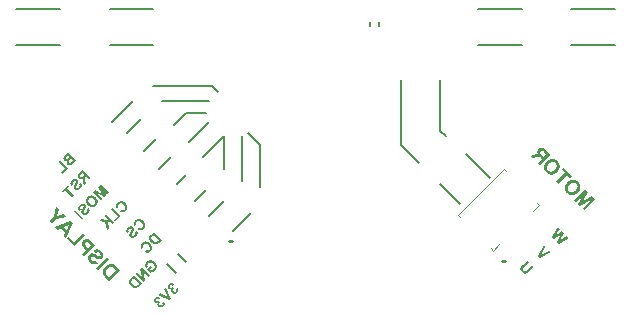
<source format=gbo>
G04*
G04 #@! TF.GenerationSoftware,Altium Limited,Altium Designer,23.2.1 (34)*
G04*
G04 Layer_Color=32896*
%FSLAX25Y25*%
%MOIN*%
G70*
G04*
G04 #@! TF.SameCoordinates,70F68BD7-EFF2-48EA-8D55-AD0B0ECCAA1F*
G04*
G04*
G04 #@! TF.FilePolarity,Positive*
G04*
G01*
G75*
%ADD10C,0.00787*%
%ADD11C,0.01000*%
%ADD12C,0.00394*%
G36*
X75337Y-40113D02*
X75402Y-40116D01*
X75464Y-40123D01*
X75581Y-40141D01*
X75674Y-40166D01*
X75711Y-40178D01*
X75745Y-40187D01*
X75773Y-40197D01*
X75792Y-40203D01*
X75804Y-40209D01*
X75807Y-40212D01*
X75878Y-40246D01*
X75952Y-40289D01*
X76026Y-40339D01*
X76104Y-40391D01*
X76258Y-40515D01*
X76406Y-40639D01*
X76474Y-40700D01*
X76536Y-40756D01*
X76592Y-40805D01*
X76644Y-40852D01*
X78248Y-42456D01*
X74685Y-46018D01*
X73965Y-45298D01*
X75451Y-43812D01*
X75260Y-43620D01*
X75217Y-43583D01*
X75139Y-43512D01*
X75072Y-43457D01*
X75013Y-43410D01*
X74966Y-43382D01*
X74932Y-43361D01*
X74914Y-43349D01*
X74905Y-43345D01*
X74843Y-43321D01*
X74781Y-43302D01*
X74722Y-43293D01*
X74664Y-43284D01*
X74614Y-43277D01*
X74577D01*
X74549Y-43274D01*
X74540Y-43277D01*
X74494Y-43281D01*
X74441Y-43284D01*
X74376Y-43293D01*
X74311Y-43302D01*
X74163Y-43327D01*
X74009Y-43352D01*
X73934Y-43364D01*
X73866Y-43376D01*
X73804Y-43389D01*
X73752Y-43398D01*
X73703Y-43404D01*
X73669Y-43413D01*
X73647Y-43417D01*
X73638Y-43420D01*
X72343Y-43676D01*
X71481Y-42814D01*
X72609Y-42557D01*
X72729Y-42530D01*
X72847Y-42505D01*
X72949Y-42483D01*
X73048Y-42465D01*
X73137Y-42449D01*
X73220Y-42434D01*
X73292Y-42425D01*
X73356Y-42415D01*
X73415Y-42406D01*
X73462Y-42403D01*
X73505Y-42397D01*
X73539Y-42394D01*
X73563D01*
X73585Y-42391D01*
X73591D01*
X73598D01*
X73715D01*
X73839Y-42397D01*
X73953Y-42412D01*
X74055Y-42428D01*
X74148Y-42446D01*
X74185Y-42452D01*
X74216Y-42459D01*
X74246Y-42465D01*
X74265Y-42471D01*
X74277D01*
X74280Y-42474D01*
X74212Y-42375D01*
X74151Y-42276D01*
X74098Y-42180D01*
X74055Y-42088D01*
X74015Y-41998D01*
X73987Y-41915D01*
X73962Y-41834D01*
X73944Y-41760D01*
X73931Y-41692D01*
X73919Y-41630D01*
X73913Y-41575D01*
X73910Y-41528D01*
X73906Y-41495D01*
Y-41470D01*
Y-41451D01*
Y-41445D01*
X73913Y-41352D01*
X73934Y-41263D01*
X73953Y-41176D01*
X73981Y-41093D01*
X74018Y-41012D01*
X74052Y-40941D01*
X74092Y-40870D01*
X74129Y-40808D01*
X74166Y-40747D01*
X74203Y-40697D01*
X74237Y-40651D01*
X74268Y-40614D01*
X74293Y-40583D01*
X74314Y-40561D01*
X74330Y-40546D01*
X74333Y-40543D01*
X74395Y-40487D01*
X74454Y-40435D01*
X74577Y-40348D01*
X74639Y-40311D01*
X74698Y-40277D01*
X74756Y-40249D01*
X74809Y-40221D01*
X74858Y-40203D01*
X74908Y-40184D01*
X74948Y-40169D01*
X74982Y-40160D01*
X75010Y-40150D01*
X75031Y-40147D01*
X75044Y-40141D01*
X75050D01*
X75124Y-40129D01*
X75198Y-40116D01*
X75269Y-40113D01*
X75337D01*
D02*
G37*
G36*
X78844Y-43923D02*
X78857D01*
X79036Y-43929D01*
X79209Y-43948D01*
X79376Y-43985D01*
X79537Y-44034D01*
X79688Y-44093D01*
X79833Y-44158D01*
X79969Y-44226D01*
X80093Y-44300D01*
X80207Y-44371D01*
X80309Y-44442D01*
X80396Y-44510D01*
X80473Y-44569D01*
X80501Y-44597D01*
X80528Y-44618D01*
X80553Y-44643D01*
X80575Y-44659D01*
X80689Y-44773D01*
X80760Y-44856D01*
X80828Y-44937D01*
X80890Y-45017D01*
X80946Y-45098D01*
X80998Y-45175D01*
X81045Y-45246D01*
X81085Y-45311D01*
X81122Y-45373D01*
X81153Y-45428D01*
X81181Y-45481D01*
X81199Y-45524D01*
X81214Y-45558D01*
X81227Y-45583D01*
X81236Y-45598D01*
Y-45604D01*
X81283Y-45737D01*
X81317Y-45876D01*
X81341Y-46006D01*
X81357Y-46126D01*
X81363Y-46182D01*
X81369Y-46231D01*
X81372Y-46278D01*
X81375Y-46312D01*
Y-46343D01*
Y-46367D01*
Y-46380D01*
Y-46386D01*
X81366Y-46544D01*
X81347Y-46692D01*
X81323Y-46834D01*
X81295Y-46955D01*
X81279Y-47007D01*
X81267Y-47057D01*
X81255Y-47100D01*
X81242Y-47137D01*
X81233Y-47165D01*
X81224Y-47186D01*
X81221Y-47202D01*
X81218Y-47205D01*
X81174Y-47304D01*
X81125Y-47403D01*
X81069Y-47502D01*
X81011Y-47597D01*
X80887Y-47776D01*
X80825Y-47863D01*
X80760Y-47940D01*
X80705Y-48015D01*
X80646Y-48079D01*
X80597Y-48135D01*
X80550Y-48188D01*
X80516Y-48228D01*
X80488Y-48256D01*
X80470Y-48274D01*
X80467Y-48277D01*
X80464Y-48280D01*
X80303Y-48429D01*
X80139Y-48561D01*
X79982Y-48676D01*
X79821Y-48775D01*
X79666Y-48861D01*
X79518Y-48929D01*
X79376Y-48991D01*
X79240Y-49034D01*
X79116Y-49071D01*
X79005Y-49102D01*
X78906Y-49121D01*
X78823Y-49136D01*
X78752Y-49145D01*
X78699Y-49148D01*
X78671Y-49152D01*
X78659D01*
X78483Y-49142D01*
X78313Y-49121D01*
X78146Y-49084D01*
X77985Y-49034D01*
X77834Y-48976D01*
X77689Y-48911D01*
X77553Y-48836D01*
X77429Y-48762D01*
X77315Y-48691D01*
X77213Y-48620D01*
X77126Y-48552D01*
X77049Y-48493D01*
X77021Y-48466D01*
X76994Y-48444D01*
X76969Y-48419D01*
X76947Y-48404D01*
X76913Y-48370D01*
X76777Y-48221D01*
X76657Y-48070D01*
X76552Y-47916D01*
X76462Y-47764D01*
X76385Y-47619D01*
X76326Y-47474D01*
X76274Y-47335D01*
X76236Y-47205D01*
X76202Y-47084D01*
X76178Y-46973D01*
X76165Y-46874D01*
X76156Y-46791D01*
X76150Y-46723D01*
X76144Y-46673D01*
Y-46643D01*
Y-46630D01*
X76156Y-46451D01*
X76187Y-46278D01*
X76230Y-46105D01*
X76289Y-45941D01*
X76354Y-45783D01*
X76431Y-45632D01*
X76508Y-45493D01*
X76592Y-45360D01*
X76672Y-45243D01*
X76749Y-45135D01*
X76827Y-45039D01*
X76858Y-44995D01*
X76888Y-44958D01*
X76919Y-44927D01*
X76944Y-44897D01*
X76969Y-44872D01*
X76987Y-44847D01*
X77003Y-44832D01*
X77015Y-44819D01*
X77021Y-44813D01*
X77024Y-44810D01*
X77188Y-44659D01*
X77355Y-44523D01*
X77516Y-44405D01*
X77680Y-44303D01*
X77834Y-44217D01*
X77985Y-44146D01*
X78131Y-44087D01*
X78267Y-44038D01*
X78393Y-44004D01*
X78508Y-43976D01*
X78606Y-43951D01*
X78693Y-43939D01*
X78764Y-43929D01*
X78813Y-43923D01*
X78844D01*
D02*
G37*
G36*
X85414Y-49621D02*
X84811Y-50224D01*
X83754Y-49167D01*
X80794Y-52127D01*
X80074Y-51407D01*
X83035Y-48447D01*
X81981Y-47393D01*
X82583Y-46791D01*
X85414Y-49621D01*
D02*
G37*
G36*
X85757Y-50836D02*
X85769D01*
X85948Y-50842D01*
X86121Y-50860D01*
X86288Y-50898D01*
X86449Y-50947D01*
X86601Y-51006D01*
X86746Y-51070D01*
X86882Y-51139D01*
X87005Y-51213D01*
X87120Y-51284D01*
X87222Y-51355D01*
X87308Y-51423D01*
X87385Y-51481D01*
X87413Y-51509D01*
X87441Y-51531D01*
X87466Y-51556D01*
X87487Y-51571D01*
X87602Y-51686D01*
X87673Y-51769D01*
X87741Y-51849D01*
X87802Y-51930D01*
X87858Y-52010D01*
X87911Y-52087D01*
X87957Y-52158D01*
X87997Y-52223D01*
X88034Y-52285D01*
X88065Y-52341D01*
X88093Y-52393D01*
X88112Y-52436D01*
X88127Y-52470D01*
X88139Y-52495D01*
X88149Y-52510D01*
Y-52517D01*
X88195Y-52650D01*
X88229Y-52789D01*
X88254Y-52918D01*
X88269Y-53039D01*
X88275Y-53095D01*
X88282Y-53144D01*
X88285Y-53190D01*
X88288Y-53224D01*
Y-53255D01*
Y-53280D01*
Y-53292D01*
Y-53298D01*
X88278Y-53456D01*
X88260Y-53604D01*
X88235Y-53746D01*
X88207Y-53867D01*
X88192Y-53920D01*
X88179Y-53969D01*
X88167Y-54012D01*
X88155Y-54049D01*
X88146Y-54077D01*
X88136Y-54099D01*
X88133Y-54114D01*
X88130Y-54117D01*
X88087Y-54216D01*
X88037Y-54315D01*
X87982Y-54414D01*
X87923Y-54510D01*
X87799Y-54689D01*
X87738Y-54776D01*
X87673Y-54853D01*
X87617Y-54927D01*
X87558Y-54992D01*
X87509Y-55048D01*
X87463Y-55100D01*
X87429Y-55140D01*
X87401Y-55168D01*
X87382Y-55186D01*
X87379Y-55190D01*
X87376Y-55193D01*
X87215Y-55341D01*
X87052Y-55474D01*
X86894Y-55588D01*
X86733Y-55687D01*
X86579Y-55774D01*
X86431Y-55842D01*
X86288Y-55903D01*
X86152Y-55947D01*
X86029Y-55984D01*
X85918Y-56015D01*
X85819Y-56033D01*
X85735Y-56049D01*
X85664Y-56058D01*
X85612Y-56061D01*
X85584Y-56064D01*
X85571D01*
X85395Y-56055D01*
X85225Y-56033D01*
X85058Y-55996D01*
X84898Y-55947D01*
X84746Y-55888D01*
X84601Y-55823D01*
X84465Y-55749D01*
X84342Y-55675D01*
X84227Y-55604D01*
X84125Y-55533D01*
X84039Y-55465D01*
X83962Y-55406D01*
X83934Y-55378D01*
X83906Y-55357D01*
X83881Y-55332D01*
X83860Y-55316D01*
X83826Y-55282D01*
X83690Y-55134D01*
X83569Y-54983D01*
X83464Y-54828D01*
X83375Y-54677D01*
X83297Y-54531D01*
X83239Y-54386D01*
X83186Y-54247D01*
X83149Y-54117D01*
X83115Y-53997D01*
X83090Y-53886D01*
X83078Y-53787D01*
X83069Y-53703D01*
X83062Y-53635D01*
X83056Y-53586D01*
Y-53555D01*
Y-53543D01*
X83069Y-53363D01*
X83099Y-53190D01*
X83143Y-53017D01*
X83201Y-52854D01*
X83266Y-52696D01*
X83344Y-52544D01*
X83421Y-52405D01*
X83504Y-52273D01*
X83585Y-52155D01*
X83662Y-52047D01*
X83739Y-51951D01*
X83770Y-51908D01*
X83801Y-51871D01*
X83832Y-51840D01*
X83856Y-51809D01*
X83881Y-51784D01*
X83900Y-51760D01*
X83915Y-51744D01*
X83928Y-51732D01*
X83934Y-51726D01*
X83937Y-51723D01*
X84101Y-51571D01*
X84267Y-51435D01*
X84428Y-51318D01*
X84592Y-51216D01*
X84746Y-51129D01*
X84898Y-51058D01*
X85043Y-50999D01*
X85179Y-50950D01*
X85306Y-50916D01*
X85420Y-50888D01*
X85519Y-50863D01*
X85606Y-50851D01*
X85676Y-50842D01*
X85726Y-50836D01*
X85757D01*
D02*
G37*
G36*
X90834Y-55041D02*
X89038Y-58110D01*
X92116Y-56324D01*
X93192Y-57399D01*
X89629Y-60962D01*
X88961Y-60294D01*
X91764Y-57492D01*
X88257Y-59590D01*
X87565Y-58898D01*
X89663Y-55390D01*
X86857Y-58190D01*
X86190Y-57523D01*
X89752Y-53960D01*
X90834Y-55041D01*
D02*
G37*
G36*
X81401Y-67194D02*
X79942Y-69474D01*
X82280Y-68073D01*
X82922Y-68716D01*
X81575Y-71042D01*
X83813Y-69606D01*
X84367Y-70161D01*
X81057Y-72199D01*
X80468Y-71610D01*
X81936Y-69080D01*
X79408Y-70550D01*
X78831Y-69973D01*
X80856Y-66649D01*
X81401Y-67194D01*
D02*
G37*
G36*
X76546Y-73166D02*
X75222Y-75798D01*
X77877Y-74497D01*
X78462Y-75082D01*
X74832Y-76800D01*
X74252Y-76221D01*
X75971Y-72591D01*
X76546Y-73166D01*
D02*
G37*
G36*
X71011Y-78366D02*
X69529Y-79848D01*
X69471Y-79906D01*
X69420Y-79957D01*
X69374Y-80008D01*
X69330Y-80056D01*
X69293Y-80098D01*
X69256Y-80135D01*
X69223Y-80172D01*
X69198Y-80203D01*
X69172Y-80233D01*
X69154Y-80256D01*
X69137Y-80277D01*
X69124Y-80295D01*
X69114Y-80309D01*
X69107Y-80316D01*
X69105Y-80323D01*
X69103Y-80325D01*
X69065Y-80386D01*
X69042Y-80451D01*
X69021Y-80513D01*
X69015Y-80571D01*
X69010Y-80622D01*
X69007Y-80662D01*
X69010Y-80687D01*
Y-80692D01*
Y-80696D01*
X69017Y-80736D01*
X69028Y-80775D01*
X69059Y-80852D01*
X69100Y-80926D01*
X69144Y-80993D01*
X69168Y-81026D01*
X69188Y-81051D01*
X69207Y-81075D01*
X69228Y-81095D01*
X69242Y-81114D01*
X69263Y-81135D01*
X69307Y-81174D01*
X69349Y-81211D01*
X69390Y-81244D01*
X69430Y-81269D01*
X69469Y-81295D01*
X69506Y-81318D01*
X69541Y-81334D01*
X69576Y-81350D01*
X69606Y-81362D01*
X69634Y-81371D01*
X69657Y-81381D01*
X69678Y-81388D01*
X69694Y-81390D01*
X69706Y-81392D01*
X69715D01*
X69717Y-81395D01*
X69801Y-81399D01*
X69882Y-81392D01*
X69954Y-81376D01*
X70016Y-81355D01*
X70070Y-81334D01*
X70093Y-81325D01*
X70112Y-81316D01*
X70125Y-81306D01*
X70137Y-81300D01*
X70144Y-81297D01*
X70146Y-81295D01*
X70170Y-81276D01*
X70202Y-81253D01*
X70234Y-81225D01*
X70271Y-81193D01*
X70346Y-81123D01*
X70425Y-81049D01*
X70462Y-81012D01*
X70499Y-80979D01*
X70529Y-80949D01*
X70557Y-80922D01*
X70580Y-80898D01*
X70599Y-80880D01*
X70608Y-80870D01*
X70613Y-80866D01*
X72062Y-79416D01*
X72602Y-79957D01*
X71174Y-81385D01*
X71093Y-81467D01*
X71014Y-81541D01*
X70939Y-81610D01*
X70872Y-81673D01*
X70807Y-81729D01*
X70747Y-81780D01*
X70691Y-81826D01*
X70643Y-81865D01*
X70596Y-81902D01*
X70559Y-81930D01*
X70524Y-81956D01*
X70496Y-81974D01*
X70473Y-81993D01*
X70459Y-82002D01*
X70448Y-82009D01*
X70446Y-82011D01*
X70371Y-82053D01*
X70295Y-82083D01*
X70218Y-82109D01*
X70149Y-82127D01*
X70088Y-82141D01*
X70063Y-82148D01*
X70042Y-82151D01*
X70023Y-82155D01*
X70009D01*
X70003Y-82158D01*
X69998D01*
X69901Y-82162D01*
X69805Y-82155D01*
X69713Y-82141D01*
X69631Y-82125D01*
X69557Y-82107D01*
X69529Y-82097D01*
X69504Y-82090D01*
X69483Y-82083D01*
X69469Y-82079D01*
X69458Y-82077D01*
X69455Y-82074D01*
X69399Y-82051D01*
X69341Y-82021D01*
X69286Y-81988D01*
X69228Y-81949D01*
X69116Y-81870D01*
X69063Y-81826D01*
X69012Y-81784D01*
X68963Y-81745D01*
X68922Y-81708D01*
X68882Y-81673D01*
X68850Y-81640D01*
X68822Y-81617D01*
X68727Y-81522D01*
X68676Y-81462D01*
X68627Y-81409D01*
X68585Y-81353D01*
X68544Y-81302D01*
X68509Y-81253D01*
X68476Y-81207D01*
X68451Y-81163D01*
X68428Y-81126D01*
X68407Y-81091D01*
X68391Y-81061D01*
X68377Y-81033D01*
X68367Y-81014D01*
X68360Y-80998D01*
X68356Y-80989D01*
X68353Y-80986D01*
X68316Y-80884D01*
X68288Y-80787D01*
X68272Y-80696D01*
X68261Y-80615D01*
X68258Y-80581D01*
Y-80548D01*
X68254Y-80520D01*
Y-80497D01*
Y-80479D01*
Y-80465D01*
X68256Y-80458D01*
Y-80453D01*
X68268Y-80358D01*
X68291Y-80270D01*
X68319Y-80182D01*
X68349Y-80110D01*
X68365Y-80075D01*
X68379Y-80047D01*
X68393Y-80019D01*
X68405Y-79998D01*
X68414Y-79980D01*
X68421Y-79968D01*
X68425Y-79959D01*
X68428Y-79957D01*
X68463Y-79908D01*
X68500Y-79857D01*
X68544Y-79799D01*
X68592Y-79741D01*
X68699Y-79620D01*
X68750Y-79560D01*
X68803Y-79502D01*
X68857Y-79449D01*
X68906Y-79395D01*
X68950Y-79351D01*
X68987Y-79309D01*
X69019Y-79277D01*
X69045Y-79251D01*
X69054Y-79242D01*
X69061Y-79235D01*
X69063Y-79233D01*
X69065Y-79231D01*
X70471Y-77825D01*
X71011Y-78366D01*
D02*
G37*
G36*
X-79724Y-44291D02*
X-80726Y-45293D01*
X-80812Y-45375D01*
X-80889Y-45451D01*
X-80958Y-45516D01*
X-81019Y-45576D01*
X-81074Y-45627D01*
X-81121Y-45674D01*
X-81162Y-45711D01*
X-81200Y-45743D01*
X-81227Y-45771D01*
X-81253Y-45792D01*
X-81283Y-45822D01*
X-81295Y-45829D01*
X-81301Y-45836D01*
X-81392Y-45899D01*
X-81480Y-45954D01*
X-81561Y-45994D01*
X-81601Y-46010D01*
X-81638Y-46024D01*
X-81670Y-46038D01*
X-81700Y-46045D01*
X-81726Y-46056D01*
X-81749Y-46061D01*
X-81768Y-46066D01*
X-81779Y-46068D01*
X-81789D01*
X-81791Y-46070D01*
X-81884Y-46079D01*
X-81976D01*
X-82060Y-46075D01*
X-82139Y-46066D01*
X-82204Y-46052D01*
X-82232Y-46047D01*
X-82255Y-46038D01*
X-82273Y-46033D01*
X-82287Y-46029D01*
X-82297D01*
X-82299Y-46026D01*
X-82392Y-45989D01*
X-82475Y-45947D01*
X-82552Y-45903D01*
X-82614Y-45859D01*
X-82644Y-45838D01*
X-82668Y-45820D01*
X-82688Y-45803D01*
X-82707Y-45785D01*
X-82721Y-45776D01*
X-82730Y-45766D01*
X-82737Y-45759D01*
X-82740Y-45757D01*
X-82779Y-45713D01*
X-82818Y-45669D01*
X-82851Y-45623D01*
X-82879Y-45576D01*
X-82907Y-45530D01*
X-82927Y-45486D01*
X-82946Y-45444D01*
X-82964Y-45402D01*
X-82976Y-45363D01*
X-82985Y-45330D01*
X-82995Y-45298D01*
X-83002Y-45272D01*
X-83006Y-45249D01*
X-83009Y-45233D01*
X-83011Y-45226D01*
Y-45221D01*
X-83016Y-45166D01*
X-83018Y-45108D01*
X-83009Y-44996D01*
X-82988Y-44892D01*
X-82960Y-44799D01*
X-82946Y-44758D01*
X-82932Y-44720D01*
X-82918Y-44683D01*
X-82904Y-44655D01*
X-82895Y-44632D01*
X-82888Y-44616D01*
X-82881Y-44604D01*
X-82879Y-44602D01*
X-82974Y-44632D01*
X-83064Y-44649D01*
X-83148Y-44658D01*
X-83227D01*
X-83292Y-44653D01*
X-83342Y-44649D01*
X-83363Y-44646D01*
X-83375Y-44644D01*
X-83384D01*
X-83387Y-44642D01*
X-83435Y-44630D01*
X-83482Y-44616D01*
X-83565Y-44579D01*
X-83642Y-44539D01*
X-83709Y-44500D01*
X-83735Y-44479D01*
X-83762Y-44461D01*
X-83783Y-44444D01*
X-83799Y-44428D01*
X-83816Y-44417D01*
X-83825Y-44407D01*
X-83832Y-44400D01*
X-83834Y-44398D01*
X-83892Y-44331D01*
X-83941Y-44263D01*
X-83983Y-44199D01*
X-84013Y-44136D01*
X-84024Y-44110D01*
X-84034Y-44083D01*
X-84043Y-44059D01*
X-84052Y-44041D01*
X-84055Y-44025D01*
X-84059Y-44015D01*
Y-44006D01*
X-84061Y-44004D01*
X-84078Y-43923D01*
X-84089Y-43846D01*
X-84094Y-43772D01*
Y-43707D01*
X-84089Y-43656D01*
X-84085Y-43614D01*
X-84082Y-43598D01*
X-84080Y-43586D01*
X-84082Y-43579D01*
X-84080Y-43577D01*
X-84064Y-43501D01*
X-84038Y-43429D01*
X-84008Y-43361D01*
X-83983Y-43303D01*
X-83955Y-43252D01*
X-83941Y-43234D01*
X-83932Y-43215D01*
X-83925Y-43204D01*
X-83915Y-43194D01*
X-83913Y-43187D01*
X-83911Y-43185D01*
X-83885Y-43150D01*
X-83855Y-43111D01*
X-83823Y-43069D01*
X-83788Y-43030D01*
X-83714Y-42946D01*
X-83642Y-42865D01*
X-83572Y-42795D01*
X-83544Y-42763D01*
X-82399Y-41617D01*
X-79724Y-44291D01*
D02*
G37*
G36*
X-82436Y-47003D02*
X-84317Y-48884D01*
X-84769Y-48431D01*
X-83428Y-47091D01*
X-85629Y-44890D01*
X-85089Y-44349D01*
X-82436Y-47003D01*
D02*
G37*
G36*
X-74849Y-50151D02*
X-75390Y-50691D01*
X-76506Y-49575D01*
X-76649Y-49719D01*
X-76677Y-49751D01*
X-76731Y-49810D01*
X-76772Y-49861D01*
X-76807Y-49905D01*
X-76828Y-49939D01*
X-76844Y-49965D01*
X-76853Y-49979D01*
X-76856Y-49986D01*
X-76874Y-50032D01*
X-76888Y-50079D01*
X-76895Y-50123D01*
X-76902Y-50167D01*
X-76907Y-50204D01*
Y-50232D01*
X-76909Y-50252D01*
X-76907Y-50260D01*
X-76904Y-50294D01*
X-76902Y-50334D01*
X-76895Y-50382D01*
X-76888Y-50431D01*
X-76870Y-50542D01*
X-76851Y-50658D01*
X-76842Y-50714D01*
X-76833Y-50765D01*
X-76823Y-50811D01*
X-76816Y-50851D01*
X-76812Y-50888D01*
X-76805Y-50914D01*
X-76802Y-50930D01*
X-76800Y-50937D01*
X-76608Y-51908D01*
X-77255Y-52556D01*
X-77447Y-51709D01*
X-77468Y-51619D01*
X-77487Y-51530D01*
X-77503Y-51454D01*
X-77517Y-51380D01*
X-77528Y-51312D01*
X-77540Y-51250D01*
X-77547Y-51196D01*
X-77554Y-51148D01*
X-77561Y-51104D01*
X-77563Y-51069D01*
X-77568Y-51036D01*
X-77570Y-51011D01*
Y-50992D01*
X-77572Y-50976D01*
Y-50972D01*
Y-50967D01*
Y-50879D01*
X-77568Y-50786D01*
X-77556Y-50700D01*
X-77545Y-50624D01*
X-77531Y-50554D01*
X-77526Y-50526D01*
X-77521Y-50503D01*
X-77517Y-50480D01*
X-77512Y-50466D01*
Y-50457D01*
X-77510Y-50454D01*
X-77584Y-50505D01*
X-77658Y-50552D01*
X-77730Y-50591D01*
X-77800Y-50624D01*
X-77867Y-50654D01*
X-77930Y-50675D01*
X-77990Y-50693D01*
X-78046Y-50707D01*
X-78097Y-50716D01*
X-78143Y-50726D01*
X-78185Y-50730D01*
X-78219Y-50733D01*
X-78245Y-50735D01*
X-78282D01*
X-78352Y-50730D01*
X-78419Y-50714D01*
X-78484Y-50700D01*
X-78547Y-50679D01*
X-78607Y-50651D01*
X-78660Y-50626D01*
X-78714Y-50596D01*
X-78760Y-50568D01*
X-78806Y-50540D01*
X-78843Y-50512D01*
X-78878Y-50487D01*
X-78906Y-50464D01*
X-78929Y-50445D01*
X-78945Y-50429D01*
X-78957Y-50417D01*
X-78959Y-50415D01*
X-79001Y-50368D01*
X-79040Y-50324D01*
X-79106Y-50232D01*
X-79133Y-50185D01*
X-79159Y-50141D01*
X-79180Y-50097D01*
X-79201Y-50058D01*
X-79215Y-50021D01*
X-79228Y-49984D01*
X-79240Y-49953D01*
X-79247Y-49928D01*
X-79254Y-49907D01*
X-79256Y-49891D01*
X-79261Y-49881D01*
Y-49877D01*
X-79270Y-49821D01*
X-79279Y-49765D01*
X-79282Y-49712D01*
Y-49661D01*
X-79279Y-49612D01*
X-79275Y-49566D01*
X-79261Y-49478D01*
X-79242Y-49408D01*
X-79233Y-49380D01*
X-79226Y-49355D01*
X-79219Y-49334D01*
X-79215Y-49320D01*
X-79210Y-49311D01*
X-79207Y-49309D01*
X-79182Y-49255D01*
X-79150Y-49200D01*
X-79112Y-49144D01*
X-79073Y-49086D01*
X-78980Y-48970D01*
X-78887Y-48859D01*
X-78841Y-48808D01*
X-78799Y-48761D01*
X-78762Y-48719D01*
X-78727Y-48680D01*
X-77524Y-47476D01*
X-74849Y-50151D01*
D02*
G37*
G36*
X-80084Y-50552D02*
X-80049Y-50554D01*
X-80024Y-50556D01*
X-80001Y-50561D01*
X-79984Y-50563D01*
X-79978Y-50566D01*
X-79973D01*
X-79920Y-50577D01*
X-79869Y-50596D01*
X-79820Y-50612D01*
X-79773Y-50635D01*
X-79690Y-50677D01*
X-79618Y-50721D01*
X-79586Y-50744D01*
X-79560Y-50765D01*
X-79537Y-50784D01*
X-79516Y-50800D01*
X-79500Y-50811D01*
X-79488Y-50823D01*
X-79481Y-50830D01*
X-79479Y-50832D01*
X-79423Y-50893D01*
X-79377Y-50958D01*
X-79335Y-51022D01*
X-79300Y-51090D01*
X-79273Y-51155D01*
X-79247Y-51222D01*
X-79228Y-51282D01*
X-79215Y-51343D01*
X-79203Y-51401D01*
X-79194Y-51452D01*
X-79189Y-51498D01*
X-79187Y-51537D01*
Y-51570D01*
X-79184Y-51595D01*
X-79187Y-51612D01*
Y-51616D01*
X-79194Y-51679D01*
X-79207Y-51749D01*
X-79224Y-51820D01*
X-79249Y-51892D01*
X-79303Y-52038D01*
X-79365Y-52175D01*
X-79395Y-52242D01*
X-79426Y-52301D01*
X-79453Y-52351D01*
X-79479Y-52400D01*
X-79500Y-52435D01*
X-79516Y-52465D01*
X-79528Y-52481D01*
Y-52486D01*
X-79530Y-52488D01*
X-79576Y-52562D01*
X-79618Y-52632D01*
X-79655Y-52697D01*
X-79688Y-52753D01*
X-79715Y-52804D01*
X-79741Y-52848D01*
X-79766Y-52887D01*
X-79785Y-52920D01*
X-79801Y-52950D01*
X-79813Y-52975D01*
X-79825Y-52996D01*
X-79834Y-53010D01*
X-79841Y-53022D01*
X-79845Y-53031D01*
X-79848Y-53038D01*
X-79878Y-53105D01*
X-79896Y-53166D01*
X-79913Y-53219D01*
X-79922Y-53265D01*
X-79924Y-53300D01*
X-79927Y-53326D01*
Y-53344D01*
Y-53349D01*
X-79920Y-53393D01*
X-79906Y-53435D01*
X-79887Y-53472D01*
X-79869Y-53504D01*
X-79852Y-53530D01*
X-79836Y-53551D01*
X-79825Y-53562D01*
X-79820Y-53567D01*
X-79790Y-53592D01*
X-79762Y-53615D01*
X-79729Y-53634D01*
X-79697Y-53648D01*
X-79632Y-53671D01*
X-79572Y-53685D01*
X-79516Y-53690D01*
X-79472Y-53692D01*
X-79430D01*
X-79386Y-53685D01*
X-79340Y-53671D01*
X-79249Y-53636D01*
X-79166Y-53590D01*
X-79089Y-53541D01*
X-79054Y-53516D01*
X-79024Y-53490D01*
X-78994Y-53469D01*
X-78973Y-53448D01*
X-78952Y-53432D01*
X-78927Y-53407D01*
X-78885Y-53360D01*
X-78843Y-53314D01*
X-78811Y-53268D01*
X-78781Y-53224D01*
X-78755Y-53180D01*
X-78734Y-53135D01*
X-78716Y-53094D01*
X-78702Y-53057D01*
X-78688Y-53024D01*
X-78679Y-52992D01*
X-78672Y-52961D01*
X-78667Y-52938D01*
X-78663Y-52920D01*
X-78660Y-52903D01*
X-78658Y-52896D01*
Y-52892D01*
Y-52841D01*
X-78660Y-52792D01*
X-78681Y-52688D01*
X-78711Y-52593D01*
X-78751Y-52502D01*
X-78769Y-52460D01*
X-78790Y-52426D01*
X-78809Y-52393D01*
X-78822Y-52365D01*
X-78836Y-52342D01*
X-78848Y-52326D01*
X-78855Y-52314D01*
X-78857Y-52312D01*
X-78280Y-51837D01*
X-78210Y-51929D01*
X-78150Y-52022D01*
X-78099Y-52115D01*
X-78055Y-52205D01*
X-78020Y-52291D01*
X-77990Y-52377D01*
X-77967Y-52456D01*
X-77951Y-52528D01*
X-77937Y-52597D01*
X-77927Y-52658D01*
X-77920Y-52711D01*
X-77918Y-52755D01*
Y-52792D01*
Y-52820D01*
Y-52838D01*
Y-52843D01*
X-77930Y-52938D01*
X-77953Y-53031D01*
X-77983Y-53126D01*
X-78020Y-53214D01*
X-78062Y-53302D01*
X-78110Y-53388D01*
X-78157Y-53467D01*
X-78208Y-53541D01*
X-78254Y-53611D01*
X-78303Y-53673D01*
X-78347Y-53727D01*
X-78386Y-53771D01*
X-78419Y-53808D01*
X-78431Y-53824D01*
X-78465Y-53859D01*
X-78533Y-53922D01*
X-78595Y-53980D01*
X-78658Y-54033D01*
X-78718Y-54079D01*
X-78776Y-54123D01*
X-78832Y-54165D01*
X-78885Y-54200D01*
X-78934Y-54230D01*
X-78980Y-54258D01*
X-79020Y-54279D01*
X-79054Y-54300D01*
X-79085Y-54316D01*
X-79110Y-54327D01*
X-79126Y-54334D01*
X-79140Y-54339D01*
X-79143Y-54341D01*
X-79203Y-54365D01*
X-79268Y-54383D01*
X-79326Y-54399D01*
X-79386Y-54409D01*
X-79442Y-54418D01*
X-79497Y-54423D01*
X-79549D01*
X-79597Y-54425D01*
X-79641Y-54423D01*
X-79681Y-54420D01*
X-79715Y-54418D01*
X-79746Y-54416D01*
X-79769Y-54411D01*
X-79785Y-54409D01*
X-79797Y-54406D01*
X-79801D01*
X-79862Y-54392D01*
X-79922Y-54374D01*
X-79978Y-54351D01*
X-80029Y-54327D01*
X-80124Y-54279D01*
X-80168Y-54253D01*
X-80207Y-54228D01*
X-80240Y-54205D01*
X-80272Y-54181D01*
X-80298Y-54161D01*
X-80321Y-54142D01*
X-80339Y-54128D01*
X-80353Y-54114D01*
X-80360Y-54107D01*
X-80362Y-54105D01*
X-80409Y-54058D01*
X-80448Y-54010D01*
X-80485Y-53963D01*
X-80520Y-53915D01*
X-80548Y-53868D01*
X-80574Y-53824D01*
X-80597Y-53782D01*
X-80615Y-53745D01*
X-80634Y-53708D01*
X-80648Y-53676D01*
X-80659Y-53646D01*
X-80666Y-53620D01*
X-80671Y-53602D01*
X-80678Y-53585D01*
X-80680Y-53578D01*
Y-53574D01*
X-80696Y-53469D01*
X-80706Y-53367D01*
X-80701Y-53270D01*
X-80692Y-53186D01*
X-80680Y-53110D01*
X-80673Y-53080D01*
X-80669Y-53057D01*
X-80664Y-53033D01*
X-80659Y-53019D01*
X-80657Y-53008D01*
X-80655Y-53005D01*
X-80636Y-52950D01*
X-80613Y-52890D01*
X-80588Y-52827D01*
X-80557Y-52764D01*
X-80492Y-52634D01*
X-80427Y-52509D01*
X-80395Y-52454D01*
X-80365Y-52400D01*
X-80337Y-52354D01*
X-80314Y-52312D01*
X-80293Y-52277D01*
X-80277Y-52252D01*
X-80270Y-52236D01*
X-80265Y-52231D01*
X-80212Y-52145D01*
X-80165Y-52062D01*
X-80124Y-51987D01*
X-80089Y-51920D01*
X-80059Y-51858D01*
X-80033Y-51804D01*
X-80010Y-51753D01*
X-79994Y-51709D01*
X-79980Y-51672D01*
X-79968Y-51642D01*
X-79959Y-51614D01*
X-79957Y-51593D01*
X-79950Y-51577D01*
X-79947Y-51565D01*
X-79950Y-51558D01*
X-79947Y-51556D01*
Y-51505D01*
X-79954Y-51456D01*
X-79968Y-51415D01*
X-79984Y-51380D01*
X-80003Y-51352D01*
X-80017Y-51333D01*
X-80026Y-51319D01*
X-80031Y-51315D01*
X-80073Y-51282D01*
X-80114Y-51259D01*
X-80156Y-51240D01*
X-80196Y-51234D01*
X-80230Y-51231D01*
X-80256Y-51229D01*
X-80274D01*
X-80281Y-51231D01*
X-80323Y-51240D01*
X-80370Y-51254D01*
X-80451Y-51289D01*
X-80532Y-51333D01*
X-80601Y-51380D01*
X-80634Y-51403D01*
X-80662Y-51426D01*
X-80687Y-51447D01*
X-80706Y-51465D01*
X-80724Y-51479D01*
X-80789Y-51544D01*
X-80822Y-51586D01*
X-80854Y-51628D01*
X-80882Y-51665D01*
X-80908Y-51704D01*
X-80928Y-51739D01*
X-80945Y-51774D01*
X-80959Y-51802D01*
X-80970Y-51832D01*
X-80977Y-51858D01*
X-80986Y-51881D01*
X-80991Y-51899D01*
X-80996Y-51913D01*
X-80998Y-51925D01*
X-80996Y-51932D01*
X-80998Y-51934D01*
X-81000Y-51973D01*
X-80998Y-52013D01*
X-80986Y-52089D01*
X-80963Y-52168D01*
X-80933Y-52236D01*
X-80905Y-52296D01*
X-80891Y-52319D01*
X-80880Y-52340D01*
X-80868Y-52356D01*
X-80859Y-52370D01*
X-80854Y-52379D01*
X-80852Y-52382D01*
X-81415Y-52899D01*
X-81478Y-52827D01*
X-81532Y-52750D01*
X-81578Y-52676D01*
X-81615Y-52602D01*
X-81645Y-52530D01*
X-81673Y-52460D01*
X-81691Y-52391D01*
X-81710Y-52326D01*
X-81719Y-52266D01*
X-81729Y-52210D01*
X-81733Y-52164D01*
X-81736Y-52120D01*
Y-52087D01*
X-81738Y-52062D01*
X-81736Y-52045D01*
Y-52041D01*
X-81724Y-51950D01*
X-81705Y-51862D01*
X-81675Y-51772D01*
X-81640Y-51686D01*
X-81599Y-51602D01*
X-81555Y-51521D01*
X-81506Y-51445D01*
X-81457Y-51373D01*
X-81409Y-51306D01*
X-81362Y-51245D01*
X-81318Y-51192D01*
X-81281Y-51145D01*
X-81246Y-51111D01*
X-81235Y-51094D01*
X-81144Y-51004D01*
X-81084Y-50953D01*
X-81028Y-50907D01*
X-80972Y-50860D01*
X-80919Y-50821D01*
X-80868Y-50788D01*
X-80817Y-50756D01*
X-80775Y-50728D01*
X-80731Y-50703D01*
X-80694Y-50684D01*
X-80662Y-50665D01*
X-80632Y-50654D01*
X-80611Y-50642D01*
X-80592Y-50633D01*
X-80581Y-50631D01*
X-80578Y-50628D01*
X-80520Y-50607D01*
X-80465Y-50589D01*
X-80407Y-50577D01*
X-80353Y-50566D01*
X-80300Y-50559D01*
X-80249Y-50554D01*
X-80203Y-50549D01*
X-80119D01*
X-80084Y-50552D01*
D02*
G37*
G36*
X-82072Y-52929D02*
X-82865Y-53722D01*
X-80643Y-55944D01*
X-81184Y-56485D01*
X-83406Y-54263D01*
X-84196Y-55054D01*
X-84649Y-54601D01*
X-82524Y-52477D01*
X-82072Y-52929D01*
D02*
G37*
G36*
X-68944Y-55072D02*
X-69445Y-55573D01*
X-71549Y-53469D01*
X-69974Y-56102D01*
X-70493Y-56621D01*
X-73126Y-55046D01*
X-71024Y-57152D01*
X-71525Y-57653D01*
X-74200Y-54979D01*
X-73388Y-54167D01*
X-71085Y-55515D01*
X-72425Y-53205D01*
X-71618Y-52398D01*
X-68944Y-55072D01*
D02*
G37*
G36*
X-74578Y-56085D02*
X-74466Y-56099D01*
X-74360Y-56118D01*
X-74269Y-56139D01*
X-74230Y-56150D01*
X-74193Y-56160D01*
X-74160Y-56169D01*
X-74132Y-56178D01*
X-74111Y-56185D01*
X-74095Y-56192D01*
X-74084Y-56194D01*
X-74081Y-56197D01*
X-74007Y-56229D01*
X-73933Y-56266D01*
X-73859Y-56308D01*
X-73787Y-56352D01*
X-73652Y-56445D01*
X-73587Y-56491D01*
X-73529Y-56540D01*
X-73474Y-56582D01*
X-73425Y-56626D01*
X-73383Y-56663D01*
X-73344Y-56698D01*
X-73314Y-56723D01*
X-73293Y-56744D01*
X-73279Y-56758D01*
X-73277Y-56760D01*
X-73274Y-56762D01*
X-73163Y-56883D01*
X-73063Y-57006D01*
X-72977Y-57124D01*
X-72903Y-57245D01*
X-72838Y-57361D01*
X-72787Y-57472D01*
X-72741Y-57579D01*
X-72708Y-57681D01*
X-72680Y-57774D01*
X-72657Y-57857D01*
X-72643Y-57931D01*
X-72632Y-57994D01*
X-72625Y-58047D01*
X-72623Y-58087D01*
X-72620Y-58108D01*
Y-58117D01*
X-72627Y-58249D01*
X-72643Y-58377D01*
X-72671Y-58502D01*
X-72708Y-58623D01*
X-72752Y-58736D01*
X-72801Y-58845D01*
X-72857Y-58947D01*
X-72912Y-59040D01*
X-72966Y-59126D01*
X-73019Y-59202D01*
X-73070Y-59267D01*
X-73114Y-59325D01*
X-73135Y-59346D01*
X-73151Y-59367D01*
X-73170Y-59386D01*
X-73181Y-59402D01*
X-73207Y-59427D01*
X-73318Y-59529D01*
X-73432Y-59620D01*
X-73548Y-59699D01*
X-73662Y-59766D01*
X-73770Y-59824D01*
X-73879Y-59868D01*
X-73984Y-59908D01*
X-74081Y-59935D01*
X-74172Y-59961D01*
X-74255Y-59979D01*
X-74330Y-59989D01*
X-74392Y-59996D01*
X-74443Y-60000D01*
X-74480Y-60005D01*
X-74513D01*
X-74647Y-59996D01*
X-74777Y-59972D01*
X-74907Y-59940D01*
X-75030Y-59896D01*
X-75148Y-59847D01*
X-75262Y-59789D01*
X-75366Y-59731D01*
X-75466Y-59669D01*
X-75554Y-59608D01*
X-75635Y-59550D01*
X-75707Y-59492D01*
X-75740Y-59469D01*
X-75767Y-59446D01*
X-75791Y-59423D01*
X-75814Y-59404D01*
X-75832Y-59386D01*
X-75851Y-59372D01*
X-75862Y-59360D01*
X-75872Y-59351D01*
X-75876Y-59346D01*
X-75879Y-59344D01*
X-75992Y-59221D01*
X-76094Y-59096D01*
X-76183Y-58975D01*
X-76259Y-58852D01*
X-76324Y-58736D01*
X-76377Y-58623D01*
X-76421Y-58514D01*
X-76459Y-58412D01*
X-76484Y-58316D01*
X-76505Y-58231D01*
X-76524Y-58156D01*
X-76533Y-58091D01*
X-76540Y-58038D01*
X-76544Y-58001D01*
Y-57978D01*
Y-57969D01*
X-76540Y-57834D01*
X-76526Y-57704D01*
X-76498Y-57579D01*
X-76461Y-57458D01*
X-76417Y-57345D01*
X-76368Y-57236D01*
X-76317Y-57134D01*
X-76261Y-57041D01*
X-76208Y-56955D01*
X-76155Y-56879D01*
X-76104Y-56814D01*
X-76060Y-56756D01*
X-76039Y-56735D01*
X-76023Y-56714D01*
X-76004Y-56695D01*
X-75992Y-56679D01*
X-75907Y-56593D01*
X-75844Y-56540D01*
X-75784Y-56489D01*
X-75723Y-56442D01*
X-75663Y-56401D01*
X-75605Y-56361D01*
X-75552Y-56327D01*
X-75503Y-56296D01*
X-75457Y-56269D01*
X-75415Y-56245D01*
X-75375Y-56224D01*
X-75343Y-56211D01*
X-75318Y-56199D01*
X-75299Y-56190D01*
X-75287Y-56183D01*
X-75283D01*
X-75183Y-56148D01*
X-75079Y-56122D01*
X-74981Y-56104D01*
X-74891Y-56092D01*
X-74849Y-56088D01*
X-74812Y-56083D01*
X-74777Y-56081D01*
X-74752Y-56078D01*
X-74696D01*
X-74578Y-56085D01*
D02*
G37*
G36*
X-77509Y-58803D02*
X-77474Y-58806D01*
X-77449Y-58808D01*
X-77426Y-58813D01*
X-77409Y-58815D01*
X-77403Y-58817D01*
X-77398D01*
X-77345Y-58829D01*
X-77293Y-58848D01*
X-77245Y-58864D01*
X-77198Y-58887D01*
X-77115Y-58929D01*
X-77043Y-58973D01*
X-77011Y-58996D01*
X-76985Y-59017D01*
X-76962Y-59035D01*
X-76941Y-59052D01*
X-76925Y-59063D01*
X-76913Y-59075D01*
X-76906Y-59082D01*
X-76904Y-59084D01*
X-76848Y-59144D01*
X-76802Y-59209D01*
X-76760Y-59274D01*
X-76725Y-59342D01*
X-76697Y-59407D01*
X-76672Y-59474D01*
X-76653Y-59534D01*
X-76639Y-59594D01*
X-76628Y-59652D01*
X-76619Y-59703D01*
X-76614Y-59750D01*
X-76612Y-59789D01*
Y-59822D01*
X-76609Y-59847D01*
X-76612Y-59863D01*
Y-59868D01*
X-76619Y-59931D01*
X-76632Y-60000D01*
X-76649Y-60072D01*
X-76674Y-60144D01*
X-76728Y-60290D01*
X-76790Y-60427D01*
X-76820Y-60494D01*
X-76850Y-60552D01*
X-76878Y-60603D01*
X-76904Y-60652D01*
X-76925Y-60687D01*
X-76941Y-60717D01*
X-76953Y-60733D01*
Y-60738D01*
X-76955Y-60740D01*
X-77001Y-60814D01*
X-77043Y-60884D01*
X-77080Y-60949D01*
X-77113Y-61005D01*
X-77140Y-61056D01*
X-77166Y-61100D01*
X-77192Y-61139D01*
X-77210Y-61172D01*
X-77226Y-61202D01*
X-77238Y-61227D01*
X-77249Y-61248D01*
X-77259Y-61262D01*
X-77266Y-61274D01*
X-77270Y-61283D01*
X-77273Y-61290D01*
X-77303Y-61357D01*
X-77321Y-61417D01*
X-77338Y-61471D01*
X-77347Y-61517D01*
X-77349Y-61552D01*
X-77351Y-61577D01*
Y-61596D01*
Y-61601D01*
X-77345Y-61645D01*
X-77331Y-61686D01*
X-77312Y-61724D01*
X-77293Y-61756D01*
X-77277Y-61782D01*
X-77261Y-61802D01*
X-77249Y-61814D01*
X-77245Y-61819D01*
X-77215Y-61844D01*
X-77187Y-61867D01*
X-77154Y-61886D01*
X-77122Y-61900D01*
X-77057Y-61923D01*
X-76997Y-61937D01*
X-76941Y-61941D01*
X-76897Y-61944D01*
X-76855D01*
X-76811Y-61937D01*
X-76765Y-61923D01*
X-76674Y-61888D01*
X-76591Y-61842D01*
X-76514Y-61793D01*
X-76480Y-61768D01*
X-76449Y-61742D01*
X-76419Y-61721D01*
X-76398Y-61700D01*
X-76377Y-61684D01*
X-76352Y-61659D01*
X-76310Y-61612D01*
X-76268Y-61566D01*
X-76236Y-61519D01*
X-76206Y-61475D01*
X-76180Y-61431D01*
X-76159Y-61387D01*
X-76141Y-61345D01*
X-76127Y-61308D01*
X-76113Y-61276D01*
X-76104Y-61243D01*
X-76097Y-61213D01*
X-76092Y-61190D01*
X-76087Y-61172D01*
X-76085Y-61155D01*
X-76083Y-61148D01*
Y-61144D01*
Y-61093D01*
X-76085Y-61044D01*
X-76106Y-60940D01*
X-76136Y-60844D01*
X-76176Y-60754D01*
X-76194Y-60712D01*
X-76215Y-60677D01*
X-76234Y-60645D01*
X-76248Y-60617D01*
X-76261Y-60594D01*
X-76273Y-60578D01*
X-76280Y-60566D01*
X-76282Y-60564D01*
X-75705Y-60088D01*
X-75635Y-60181D01*
X-75575Y-60274D01*
X-75524Y-60367D01*
X-75480Y-60457D01*
X-75445Y-60543D01*
X-75415Y-60629D01*
X-75392Y-60708D01*
X-75375Y-60780D01*
X-75362Y-60849D01*
X-75352Y-60909D01*
X-75345Y-60963D01*
X-75343Y-61007D01*
Y-61044D01*
Y-61072D01*
Y-61090D01*
Y-61095D01*
X-75355Y-61190D01*
X-75378Y-61283D01*
X-75408Y-61378D01*
X-75445Y-61466D01*
X-75487Y-61554D01*
X-75536Y-61640D01*
X-75582Y-61719D01*
X-75633Y-61793D01*
X-75679Y-61863D01*
X-75728Y-61925D01*
X-75772Y-61979D01*
X-75811Y-62023D01*
X-75844Y-62060D01*
X-75856Y-62076D01*
X-75890Y-62111D01*
X-75958Y-62173D01*
X-76020Y-62231D01*
X-76083Y-62285D01*
X-76143Y-62331D01*
X-76201Y-62375D01*
X-76257Y-62417D01*
X-76310Y-62452D01*
X-76359Y-62482D01*
X-76405Y-62510D01*
X-76445Y-62531D01*
X-76480Y-62551D01*
X-76510Y-62568D01*
X-76535Y-62579D01*
X-76551Y-62586D01*
X-76565Y-62591D01*
X-76568Y-62593D01*
X-76628Y-62616D01*
X-76693Y-62635D01*
X-76751Y-62651D01*
X-76811Y-62660D01*
X-76867Y-62670D01*
X-76923Y-62674D01*
X-76973D01*
X-77022Y-62677D01*
X-77066Y-62674D01*
X-77106Y-62672D01*
X-77140Y-62670D01*
X-77171Y-62668D01*
X-77194Y-62663D01*
X-77210Y-62660D01*
X-77222Y-62658D01*
X-77226D01*
X-77287Y-62644D01*
X-77347Y-62626D01*
X-77403Y-62603D01*
X-77454Y-62579D01*
X-77549Y-62531D01*
X-77593Y-62505D01*
X-77632Y-62480D01*
X-77665Y-62456D01*
X-77697Y-62433D01*
X-77723Y-62412D01*
X-77746Y-62394D01*
X-77764Y-62380D01*
X-77778Y-62366D01*
X-77785Y-62359D01*
X-77788Y-62357D01*
X-77834Y-62310D01*
X-77873Y-62262D01*
X-77911Y-62215D01*
X-77945Y-62167D01*
X-77973Y-62120D01*
X-77999Y-62076D01*
X-78022Y-62034D01*
X-78040Y-61997D01*
X-78059Y-61960D01*
X-78073Y-61928D01*
X-78084Y-61897D01*
X-78091Y-61872D01*
X-78096Y-61853D01*
X-78103Y-61837D01*
X-78105Y-61830D01*
Y-61826D01*
X-78122Y-61721D01*
X-78131Y-61619D01*
X-78126Y-61522D01*
X-78117Y-61438D01*
X-78105Y-61362D01*
X-78098Y-61332D01*
X-78094Y-61308D01*
X-78089Y-61285D01*
X-78084Y-61271D01*
X-78082Y-61260D01*
X-78080Y-61257D01*
X-78061Y-61202D01*
X-78038Y-61141D01*
X-78013Y-61079D01*
X-77982Y-61016D01*
X-77917Y-60886D01*
X-77852Y-60761D01*
X-77820Y-60705D01*
X-77790Y-60652D01*
X-77762Y-60606D01*
X-77739Y-60564D01*
X-77718Y-60529D01*
X-77702Y-60504D01*
X-77695Y-60487D01*
X-77690Y-60483D01*
X-77637Y-60397D01*
X-77590Y-60313D01*
X-77549Y-60239D01*
X-77514Y-60172D01*
X-77484Y-60109D01*
X-77458Y-60056D01*
X-77435Y-60005D01*
X-77419Y-59961D01*
X-77405Y-59924D01*
X-77393Y-59894D01*
X-77384Y-59866D01*
X-77382Y-59845D01*
X-77375Y-59829D01*
X-77372Y-59817D01*
X-77375Y-59810D01*
X-77372Y-59808D01*
Y-59757D01*
X-77379Y-59708D01*
X-77393Y-59666D01*
X-77409Y-59632D01*
X-77428Y-59604D01*
X-77442Y-59585D01*
X-77451Y-59571D01*
X-77456Y-59566D01*
X-77498Y-59534D01*
X-77539Y-59511D01*
X-77581Y-59492D01*
X-77621Y-59485D01*
X-77655Y-59483D01*
X-77681Y-59481D01*
X-77699D01*
X-77706Y-59483D01*
X-77748Y-59492D01*
X-77794Y-59506D01*
X-77876Y-59541D01*
X-77957Y-59585D01*
X-78026Y-59632D01*
X-78059Y-59655D01*
X-78087Y-59678D01*
X-78112Y-59699D01*
X-78131Y-59717D01*
X-78149Y-59731D01*
X-78214Y-59796D01*
X-78247Y-59838D01*
X-78279Y-59880D01*
X-78307Y-59917D01*
X-78333Y-59956D01*
X-78354Y-59991D01*
X-78370Y-60026D01*
X-78384Y-60054D01*
X-78395Y-60084D01*
X-78402Y-60109D01*
X-78411Y-60132D01*
X-78416Y-60151D01*
X-78421Y-60165D01*
X-78423Y-60176D01*
X-78421Y-60184D01*
X-78423Y-60186D01*
X-78425Y-60225D01*
X-78423Y-60265D01*
X-78411Y-60341D01*
X-78388Y-60420D01*
X-78358Y-60487D01*
X-78330Y-60548D01*
X-78316Y-60571D01*
X-78305Y-60592D01*
X-78293Y-60608D01*
X-78284Y-60622D01*
X-78279Y-60631D01*
X-78277Y-60633D01*
X-78841Y-61151D01*
X-78903Y-61079D01*
X-78957Y-61002D01*
X-79003Y-60928D01*
X-79040Y-60854D01*
X-79070Y-60782D01*
X-79098Y-60712D01*
X-79116Y-60643D01*
X-79135Y-60578D01*
X-79144Y-60518D01*
X-79154Y-60462D01*
X-79158Y-60415D01*
X-79161Y-60371D01*
Y-60339D01*
X-79163Y-60313D01*
X-79161Y-60297D01*
Y-60293D01*
X-79149Y-60202D01*
X-79130Y-60114D01*
X-79100Y-60023D01*
X-79066Y-59938D01*
X-79024Y-59854D01*
X-78980Y-59773D01*
X-78931Y-59696D01*
X-78882Y-59624D01*
X-78834Y-59557D01*
X-78787Y-59497D01*
X-78743Y-59444D01*
X-78706Y-59397D01*
X-78671Y-59363D01*
X-78660Y-59346D01*
X-78569Y-59256D01*
X-78509Y-59205D01*
X-78453Y-59158D01*
X-78398Y-59112D01*
X-78344Y-59073D01*
X-78293Y-59040D01*
X-78242Y-59008D01*
X-78200Y-58980D01*
X-78156Y-58954D01*
X-78119Y-58936D01*
X-78087Y-58917D01*
X-78057Y-58906D01*
X-78036Y-58894D01*
X-78017Y-58885D01*
X-78006Y-58882D01*
X-78003Y-58880D01*
X-77945Y-58859D01*
X-77890Y-58841D01*
X-77832Y-58829D01*
X-77778Y-58817D01*
X-77725Y-58811D01*
X-77674Y-58806D01*
X-77627Y-58801D01*
X-77544D01*
X-77509Y-58803D01*
D02*
G37*
G36*
X-77447Y-63574D02*
X-77987Y-64115D01*
X-80661Y-61441D01*
X-80121Y-60900D01*
X-77447Y-63574D01*
D02*
G37*
G36*
X-64615Y-57998D02*
X-64483Y-58024D01*
X-64355Y-58059D01*
X-64230Y-58105D01*
X-64112Y-58158D01*
X-63998Y-58216D01*
X-63889Y-58279D01*
X-63791Y-58344D01*
X-63696Y-58407D01*
X-63617Y-58467D01*
X-63546Y-58525D01*
X-63511Y-58550D01*
X-63483Y-58574D01*
X-63457Y-58599D01*
X-63434Y-58618D01*
X-63416Y-58636D01*
X-63397Y-58650D01*
X-63383Y-58664D01*
X-63374Y-58673D01*
X-63369Y-58678D01*
X-63367Y-58680D01*
X-63256Y-58801D01*
X-63156Y-58919D01*
X-63072Y-59040D01*
X-62998Y-59156D01*
X-62933Y-59272D01*
X-62882Y-59383D01*
X-62838Y-59487D01*
X-62803Y-59587D01*
X-62773Y-59677D01*
X-62752Y-59763D01*
X-62736Y-59835D01*
X-62725Y-59898D01*
X-62715Y-59949D01*
X-62713Y-59988D01*
X-62711Y-60009D01*
Y-60018D01*
X-62715Y-60148D01*
X-62729Y-60274D01*
X-62752Y-60394D01*
X-62785Y-60510D01*
X-62822Y-60617D01*
X-62866Y-60721D01*
X-62912Y-60814D01*
X-62963Y-60902D01*
X-63010Y-60981D01*
X-63056Y-61051D01*
X-63103Y-61111D01*
X-63142Y-61164D01*
X-63161Y-61183D01*
X-63177Y-61204D01*
X-63191Y-61218D01*
X-63202Y-61234D01*
X-63226Y-61257D01*
X-63307Y-61334D01*
X-63388Y-61401D01*
X-63469Y-61463D01*
X-63550Y-61517D01*
X-63629Y-61563D01*
X-63706Y-61603D01*
X-63778Y-61637D01*
X-63847Y-61665D01*
X-63910Y-61691D01*
X-63968Y-61712D01*
X-64019Y-61725D01*
X-64063Y-61737D01*
X-64100Y-61746D01*
X-64123Y-61751D01*
X-64142Y-61756D01*
X-64146D01*
X-64239Y-61765D01*
X-64334Y-61763D01*
X-64427Y-61758D01*
X-64520Y-61744D01*
X-64610Y-61728D01*
X-64696Y-61707D01*
X-64782Y-61681D01*
X-64858Y-61656D01*
X-64930Y-61630D01*
X-64995Y-61603D01*
X-65053Y-61577D01*
X-65104Y-61554D01*
X-65144Y-61533D01*
X-65176Y-61519D01*
X-65185Y-61514D01*
X-65192Y-61507D01*
X-65197D01*
X-65199Y-61505D01*
X-64842Y-60814D01*
X-64775Y-60853D01*
X-64710Y-60886D01*
X-64647Y-60916D01*
X-64585Y-60942D01*
X-64529Y-60960D01*
X-64473Y-60979D01*
X-64425Y-60990D01*
X-64376Y-61002D01*
X-64337Y-61009D01*
X-64297Y-61016D01*
X-64265D01*
X-64237Y-61020D01*
X-64186D01*
X-64132Y-61014D01*
X-64081Y-61004D01*
X-64033Y-60993D01*
X-63984Y-60976D01*
X-63940Y-60960D01*
X-63898Y-60942D01*
X-63824Y-60900D01*
X-63791Y-60877D01*
X-63764Y-60858D01*
X-63740Y-60839D01*
X-63719Y-60823D01*
X-63701Y-60809D01*
X-63680Y-60789D01*
X-63629Y-60733D01*
X-63585Y-60675D01*
X-63550Y-60617D01*
X-63515Y-60559D01*
X-63490Y-60501D01*
X-63471Y-60445D01*
X-63453Y-60390D01*
X-63441Y-60336D01*
X-63434Y-60287D01*
X-63427Y-60243D01*
X-63423Y-60202D01*
X-63420Y-60167D01*
Y-60139D01*
Y-60120D01*
Y-60107D01*
Y-60102D01*
X-63432Y-60026D01*
X-63453Y-59949D01*
X-63483Y-59872D01*
X-63520Y-59794D01*
X-63562Y-59715D01*
X-63608Y-59640D01*
X-63657Y-59569D01*
X-63706Y-59501D01*
X-63754Y-59439D01*
X-63801Y-59378D01*
X-63842Y-59327D01*
X-63882Y-59283D01*
X-63917Y-59249D01*
X-63928Y-59232D01*
X-63940Y-59221D01*
X-63951Y-59209D01*
X-63958Y-59202D01*
X-63961Y-59200D01*
X-63963Y-59197D01*
X-64051Y-59114D01*
X-64137Y-59037D01*
X-64220Y-58973D01*
X-64302Y-58915D01*
X-64376Y-58868D01*
X-64450Y-58826D01*
X-64517Y-58792D01*
X-64580Y-58766D01*
X-64636Y-58743D01*
X-64687Y-58724D01*
X-64731Y-58713D01*
X-64768Y-58703D01*
X-64798Y-58697D01*
X-64821Y-58692D01*
X-64833Y-58689D01*
X-64912D01*
X-64984Y-58692D01*
X-65051Y-58703D01*
X-65116Y-58717D01*
X-65178Y-58738D01*
X-65234Y-58761D01*
X-65287Y-58787D01*
X-65336Y-58812D01*
X-65380Y-58838D01*
X-65420Y-58864D01*
X-65454Y-58889D01*
X-65484Y-58910D01*
X-65505Y-58931D01*
X-65522Y-58942D01*
X-65535Y-58956D01*
X-65573Y-58998D01*
X-65610Y-59040D01*
X-65665Y-59123D01*
X-65707Y-59207D01*
X-65723Y-59246D01*
X-65740Y-59281D01*
X-65751Y-59316D01*
X-65760Y-59348D01*
X-65765Y-59376D01*
X-65770Y-59399D01*
X-65774Y-59418D01*
X-65777Y-59434D01*
X-65779Y-59441D01*
Y-59446D01*
X-65784Y-59497D01*
X-65781Y-59545D01*
X-65772Y-59643D01*
X-65754Y-59731D01*
X-65726Y-59810D01*
X-65700Y-59877D01*
X-65686Y-59905D01*
X-65677Y-59928D01*
X-65668Y-59947D01*
X-65658Y-59961D01*
X-65654Y-59970D01*
X-65652Y-59972D01*
X-66312Y-60378D01*
X-66352Y-60301D01*
X-66387Y-60225D01*
X-66417Y-60153D01*
X-66442Y-60086D01*
X-66463Y-60018D01*
X-66482Y-59953D01*
X-66496Y-59893D01*
X-66507Y-59840D01*
X-66514Y-59791D01*
X-66521Y-59747D01*
X-66526Y-59705D01*
X-66528Y-59675D01*
Y-59647D01*
X-66531Y-59627D01*
Y-59617D01*
Y-59613D01*
X-66521Y-59501D01*
X-66505Y-59392D01*
X-66477Y-59290D01*
X-66445Y-59188D01*
X-66405Y-59093D01*
X-66364Y-59005D01*
X-66320Y-58919D01*
X-66271Y-58843D01*
X-66224Y-58773D01*
X-66180Y-58710D01*
X-66139Y-58655D01*
X-66101Y-58608D01*
X-66069Y-58571D01*
X-66057Y-58555D01*
X-66025Y-58522D01*
X-65918Y-58425D01*
X-65809Y-58339D01*
X-65698Y-58265D01*
X-65589Y-58202D01*
X-65480Y-58149D01*
X-65373Y-58107D01*
X-65271Y-58070D01*
X-65176Y-58045D01*
X-65086Y-58024D01*
X-65004Y-58008D01*
X-64930Y-57998D01*
X-64868Y-57991D01*
X-64817Y-57987D01*
X-64747D01*
X-64615Y-57998D01*
D02*
G37*
G36*
X-67136Y-65075D02*
X-67676Y-65615D01*
X-68483Y-64808D01*
X-69367Y-64796D01*
X-68848Y-66786D01*
X-69546Y-67484D01*
X-70116Y-64789D01*
X-72164Y-64754D01*
X-71438Y-64029D01*
X-69163Y-64128D01*
X-70350Y-62941D01*
X-69810Y-62400D01*
X-67136Y-65075D01*
D02*
G37*
G36*
X-64863Y-62802D02*
X-66744Y-64683D01*
X-67196Y-64230D01*
X-65856Y-62890D01*
X-68057Y-60689D01*
X-67516Y-60148D01*
X-64863Y-62802D01*
D02*
G37*
G36*
X-58709Y-63904D02*
X-58577Y-63929D01*
X-58450Y-63964D01*
X-58324Y-64011D01*
X-58206Y-64064D01*
X-58092Y-64122D01*
X-57983Y-64184D01*
X-57886Y-64249D01*
X-57791Y-64312D01*
X-57712Y-64372D01*
X-57640Y-64430D01*
X-57605Y-64456D01*
X-57577Y-64479D01*
X-57552Y-64505D01*
X-57529Y-64523D01*
X-57510Y-64542D01*
X-57492Y-64556D01*
X-57478Y-64569D01*
X-57468Y-64579D01*
X-57464Y-64583D01*
X-57462Y-64586D01*
X-57350Y-64706D01*
X-57250Y-64825D01*
X-57167Y-64945D01*
X-57093Y-65061D01*
X-57028Y-65177D01*
X-56977Y-65289D01*
X-56933Y-65393D01*
X-56898Y-65493D01*
X-56868Y-65583D01*
X-56847Y-65669D01*
X-56831Y-65741D01*
X-56819Y-65803D01*
X-56810Y-65854D01*
X-56807Y-65894D01*
X-56805Y-65915D01*
Y-65924D01*
X-56810Y-66054D01*
X-56824Y-66179D01*
X-56847Y-66300D01*
X-56879Y-66416D01*
X-56916Y-66522D01*
X-56960Y-66627D01*
X-57007Y-66720D01*
X-57058Y-66808D01*
X-57104Y-66887D01*
X-57151Y-66956D01*
X-57197Y-67016D01*
X-57236Y-67070D01*
X-57255Y-67088D01*
X-57271Y-67109D01*
X-57285Y-67123D01*
X-57297Y-67139D01*
X-57320Y-67163D01*
X-57401Y-67239D01*
X-57482Y-67306D01*
X-57564Y-67369D01*
X-57645Y-67422D01*
X-57724Y-67469D01*
X-57800Y-67508D01*
X-57872Y-67543D01*
X-57942Y-67571D01*
X-58004Y-67596D01*
X-58062Y-67617D01*
X-58113Y-67631D01*
X-58157Y-67643D01*
X-58194Y-67652D01*
X-58218Y-67656D01*
X-58236Y-67661D01*
X-58241D01*
X-58333Y-67670D01*
X-58429Y-67668D01*
X-58521Y-67664D01*
X-58614Y-67650D01*
X-58705Y-67633D01*
X-58790Y-67612D01*
X-58876Y-67587D01*
X-58953Y-67561D01*
X-59025Y-67536D01*
X-59090Y-67508D01*
X-59148Y-67483D01*
X-59199Y-67459D01*
X-59238Y-67439D01*
X-59271Y-67425D01*
X-59280Y-67420D01*
X-59287Y-67413D01*
X-59291D01*
X-59294Y-67411D01*
X-58937Y-66720D01*
X-58869Y-66759D01*
X-58804Y-66791D01*
X-58742Y-66822D01*
X-58679Y-66847D01*
X-58623Y-66866D01*
X-58568Y-66884D01*
X-58519Y-66896D01*
X-58470Y-66907D01*
X-58431Y-66914D01*
X-58391Y-66921D01*
X-58359D01*
X-58331Y-66926D01*
X-58280D01*
X-58227Y-66919D01*
X-58176Y-66910D01*
X-58127Y-66898D01*
X-58078Y-66882D01*
X-58034Y-66866D01*
X-57993Y-66847D01*
X-57918Y-66805D01*
X-57886Y-66782D01*
X-57858Y-66764D01*
X-57835Y-66745D01*
X-57814Y-66729D01*
X-57796Y-66715D01*
X-57775Y-66694D01*
X-57724Y-66638D01*
X-57679Y-66580D01*
X-57645Y-66522D01*
X-57610Y-66464D01*
X-57584Y-66406D01*
X-57566Y-66351D01*
X-57547Y-66295D01*
X-57536Y-66242D01*
X-57529Y-66193D01*
X-57522Y-66149D01*
X-57517Y-66107D01*
X-57515Y-66072D01*
Y-66045D01*
Y-66026D01*
Y-66012D01*
Y-66008D01*
X-57526Y-65931D01*
X-57547Y-65854D01*
X-57577Y-65778D01*
X-57614Y-65699D01*
X-57656Y-65620D01*
X-57703Y-65546D01*
X-57751Y-65474D01*
X-57800Y-65407D01*
X-57849Y-65344D01*
X-57895Y-65284D01*
X-57937Y-65233D01*
X-57976Y-65189D01*
X-58011Y-65154D01*
X-58023Y-65138D01*
X-58034Y-65126D01*
X-58046Y-65115D01*
X-58053Y-65108D01*
X-58055Y-65105D01*
X-58057Y-65103D01*
X-58146Y-65020D01*
X-58232Y-64943D01*
X-58315Y-64878D01*
X-58396Y-64820D01*
X-58470Y-64774D01*
X-58545Y-64732D01*
X-58612Y-64697D01*
X-58675Y-64672D01*
X-58730Y-64648D01*
X-58781Y-64630D01*
X-58825Y-64618D01*
X-58862Y-64609D01*
X-58893Y-64602D01*
X-58916Y-64597D01*
X-58927Y-64595D01*
X-59006D01*
X-59078Y-64597D01*
X-59145Y-64609D01*
X-59210Y-64623D01*
X-59273Y-64644D01*
X-59329Y-64667D01*
X-59382Y-64692D01*
X-59431Y-64718D01*
X-59475Y-64744D01*
X-59514Y-64769D01*
X-59549Y-64794D01*
X-59579Y-64815D01*
X-59600Y-64836D01*
X-59616Y-64848D01*
X-59630Y-64862D01*
X-59667Y-64903D01*
X-59704Y-64945D01*
X-59760Y-65029D01*
X-59802Y-65112D01*
X-59818Y-65152D01*
X-59834Y-65187D01*
X-59846Y-65221D01*
X-59855Y-65254D01*
X-59860Y-65282D01*
X-59864Y-65305D01*
X-59869Y-65323D01*
X-59871Y-65339D01*
X-59874Y-65346D01*
Y-65351D01*
X-59878Y-65402D01*
X-59876Y-65451D01*
X-59867Y-65548D01*
X-59848Y-65636D01*
X-59820Y-65715D01*
X-59795Y-65782D01*
X-59781Y-65810D01*
X-59772Y-65834D01*
X-59762Y-65852D01*
X-59753Y-65866D01*
X-59748Y-65875D01*
X-59746Y-65878D01*
X-60407Y-66284D01*
X-60446Y-66207D01*
X-60481Y-66130D01*
X-60511Y-66058D01*
X-60537Y-65991D01*
X-60558Y-65924D01*
X-60576Y-65859D01*
X-60590Y-65799D01*
X-60602Y-65745D01*
X-60609Y-65697D01*
X-60616Y-65653D01*
X-60620Y-65611D01*
X-60623Y-65581D01*
Y-65553D01*
X-60625Y-65532D01*
Y-65523D01*
Y-65518D01*
X-60616Y-65407D01*
X-60599Y-65298D01*
X-60572Y-65196D01*
X-60539Y-65094D01*
X-60500Y-64999D01*
X-60458Y-64911D01*
X-60414Y-64825D01*
X-60365Y-64748D01*
X-60319Y-64679D01*
X-60275Y-64616D01*
X-60233Y-64560D01*
X-60196Y-64514D01*
X-60163Y-64477D01*
X-60152Y-64460D01*
X-60119Y-64428D01*
X-60013Y-64331D01*
X-59904Y-64245D01*
X-59792Y-64171D01*
X-59683Y-64108D01*
X-59574Y-64055D01*
X-59468Y-64013D01*
X-59366Y-63976D01*
X-59271Y-63950D01*
X-59180Y-63929D01*
X-59099Y-63913D01*
X-59025Y-63904D01*
X-58962Y-63897D01*
X-58911Y-63892D01*
X-58842D01*
X-58709Y-63904D01*
D02*
G37*
G36*
X-61481Y-66397D02*
X-61446Y-66400D01*
X-61421Y-66402D01*
X-61397Y-66406D01*
X-61381Y-66409D01*
X-61374Y-66411D01*
X-61370D01*
X-61316Y-66423D01*
X-61265Y-66441D01*
X-61216Y-66457D01*
X-61170Y-66481D01*
X-61087Y-66522D01*
X-61015Y-66566D01*
X-60982Y-66590D01*
X-60957Y-66610D01*
X-60934Y-66629D01*
X-60913Y-66645D01*
X-60896Y-66657D01*
X-60885Y-66668D01*
X-60878Y-66676D01*
X-60875Y-66678D01*
X-60820Y-66738D01*
X-60773Y-66803D01*
X-60732Y-66868D01*
X-60697Y-66935D01*
X-60669Y-67000D01*
X-60644Y-67067D01*
X-60625Y-67128D01*
X-60611Y-67188D01*
X-60599Y-67246D01*
X-60590Y-67297D01*
X-60586Y-67343D01*
X-60583Y-67383D01*
Y-67415D01*
X-60581Y-67441D01*
X-60583Y-67457D01*
Y-67462D01*
X-60590Y-67524D01*
X-60604Y-67594D01*
X-60620Y-67666D01*
X-60646Y-67738D01*
X-60699Y-67884D01*
X-60762Y-68021D01*
X-60792Y-68088D01*
X-60822Y-68146D01*
X-60850Y-68197D01*
X-60875Y-68246D01*
X-60896Y-68280D01*
X-60913Y-68311D01*
X-60924Y-68327D01*
Y-68331D01*
X-60927Y-68334D01*
X-60973Y-68408D01*
X-61015Y-68478D01*
X-61052Y-68542D01*
X-61084Y-68598D01*
X-61112Y-68649D01*
X-61138Y-68693D01*
X-61163Y-68733D01*
X-61182Y-68765D01*
X-61198Y-68795D01*
X-61209Y-68821D01*
X-61221Y-68842D01*
X-61230Y-68856D01*
X-61237Y-68867D01*
X-61242Y-68876D01*
X-61244Y-68883D01*
X-61274Y-68951D01*
X-61293Y-69011D01*
X-61309Y-69064D01*
X-61318Y-69111D01*
X-61321Y-69146D01*
X-61323Y-69171D01*
Y-69190D01*
Y-69194D01*
X-61316Y-69238D01*
X-61302Y-69280D01*
X-61284Y-69317D01*
X-61265Y-69350D01*
X-61249Y-69375D01*
X-61233Y-69396D01*
X-61221Y-69408D01*
X-61216Y-69412D01*
X-61186Y-69438D01*
X-61159Y-69461D01*
X-61126Y-69480D01*
X-61093Y-69493D01*
X-61029Y-69517D01*
X-60968Y-69530D01*
X-60913Y-69535D01*
X-60869Y-69538D01*
X-60827D01*
X-60783Y-69530D01*
X-60736Y-69517D01*
X-60646Y-69482D01*
X-60562Y-69435D01*
X-60486Y-69387D01*
X-60451Y-69361D01*
X-60421Y-69336D01*
X-60391Y-69315D01*
X-60370Y-69294D01*
X-60349Y-69278D01*
X-60324Y-69252D01*
X-60282Y-69206D01*
X-60240Y-69159D01*
X-60207Y-69113D01*
X-60177Y-69069D01*
X-60152Y-69025D01*
X-60131Y-68981D01*
X-60113Y-68939D01*
X-60098Y-68902D01*
X-60085Y-68870D01*
X-60075Y-68837D01*
X-60068Y-68807D01*
X-60064Y-68784D01*
X-60059Y-68765D01*
X-60057Y-68749D01*
X-60054Y-68742D01*
Y-68737D01*
Y-68686D01*
X-60057Y-68638D01*
X-60078Y-68533D01*
X-60108Y-68438D01*
X-60147Y-68348D01*
X-60166Y-68306D01*
X-60187Y-68271D01*
X-60205Y-68239D01*
X-60219Y-68211D01*
X-60233Y-68188D01*
X-60245Y-68171D01*
X-60252Y-68160D01*
X-60254Y-68158D01*
X-59676Y-67682D01*
X-59607Y-67775D01*
X-59547Y-67868D01*
X-59496Y-67960D01*
X-59451Y-68051D01*
X-59417Y-68137D01*
X-59386Y-68222D01*
X-59363Y-68301D01*
X-59347Y-68373D01*
X-59333Y-68443D01*
X-59324Y-68503D01*
X-59317Y-68556D01*
X-59315Y-68600D01*
Y-68638D01*
Y-68665D01*
Y-68684D01*
Y-68689D01*
X-59326Y-68784D01*
X-59349Y-68876D01*
X-59380Y-68972D01*
X-59417Y-69060D01*
X-59458Y-69148D01*
X-59507Y-69234D01*
X-59553Y-69313D01*
X-59605Y-69387D01*
X-59651Y-69456D01*
X-59700Y-69519D01*
X-59744Y-69572D01*
X-59783Y-69616D01*
X-59816Y-69653D01*
X-59827Y-69670D01*
X-59862Y-69705D01*
X-59929Y-69767D01*
X-59992Y-69825D01*
X-60054Y-69878D01*
X-60115Y-69925D01*
X-60173Y-69969D01*
X-60228Y-70011D01*
X-60282Y-70045D01*
X-60330Y-70076D01*
X-60377Y-70103D01*
X-60416Y-70124D01*
X-60451Y-70145D01*
X-60481Y-70161D01*
X-60507Y-70173D01*
X-60523Y-70180D01*
X-60537Y-70185D01*
X-60539Y-70187D01*
X-60599Y-70210D01*
X-60664Y-70229D01*
X-60722Y-70245D01*
X-60783Y-70254D01*
X-60838Y-70263D01*
X-60894Y-70268D01*
X-60945D01*
X-60994Y-70270D01*
X-61038Y-70268D01*
X-61077Y-70266D01*
X-61112Y-70263D01*
X-61142Y-70261D01*
X-61165Y-70257D01*
X-61182Y-70254D01*
X-61193Y-70252D01*
X-61198D01*
X-61258Y-70238D01*
X-61318Y-70219D01*
X-61374Y-70196D01*
X-61425Y-70173D01*
X-61520Y-70124D01*
X-61564Y-70099D01*
X-61604Y-70073D01*
X-61636Y-70050D01*
X-61669Y-70027D01*
X-61694Y-70006D01*
X-61717Y-69987D01*
X-61736Y-69973D01*
X-61750Y-69960D01*
X-61757Y-69953D01*
X-61759Y-69950D01*
X-61806Y-69904D01*
X-61845Y-69855D01*
X-61882Y-69809D01*
X-61917Y-69760D01*
X-61945Y-69714D01*
X-61970Y-69670D01*
X-61993Y-69628D01*
X-62012Y-69591D01*
X-62031Y-69554D01*
X-62044Y-69521D01*
X-62056Y-69491D01*
X-62063Y-69466D01*
X-62068Y-69447D01*
X-62075Y-69431D01*
X-62077Y-69424D01*
Y-69419D01*
X-62093Y-69315D01*
X-62102Y-69213D01*
X-62098Y-69115D01*
X-62089Y-69032D01*
X-62077Y-68955D01*
X-62070Y-68925D01*
X-62065Y-68902D01*
X-62061Y-68879D01*
X-62056Y-68865D01*
X-62054Y-68853D01*
X-62051Y-68851D01*
X-62033Y-68795D01*
X-62010Y-68735D01*
X-61984Y-68672D01*
X-61954Y-68610D01*
X-61889Y-68480D01*
X-61824Y-68355D01*
X-61792Y-68299D01*
X-61761Y-68246D01*
X-61734Y-68199D01*
X-61711Y-68158D01*
X-61690Y-68123D01*
X-61673Y-68097D01*
X-61666Y-68081D01*
X-61662Y-68076D01*
X-61608Y-67990D01*
X-61562Y-67907D01*
X-61520Y-67833D01*
X-61485Y-67765D01*
X-61455Y-67703D01*
X-61430Y-67650D01*
X-61407Y-67598D01*
X-61390Y-67554D01*
X-61377Y-67517D01*
X-61365Y-67487D01*
X-61356Y-67459D01*
X-61353Y-67439D01*
X-61346Y-67422D01*
X-61344Y-67411D01*
X-61346Y-67404D01*
X-61344Y-67401D01*
Y-67350D01*
X-61351Y-67302D01*
X-61365Y-67260D01*
X-61381Y-67225D01*
X-61400Y-67197D01*
X-61414Y-67179D01*
X-61423Y-67165D01*
X-61427Y-67160D01*
X-61469Y-67128D01*
X-61511Y-67105D01*
X-61553Y-67086D01*
X-61592Y-67079D01*
X-61627Y-67077D01*
X-61652Y-67074D01*
X-61671D01*
X-61678Y-67077D01*
X-61720Y-67086D01*
X-61766Y-67100D01*
X-61847Y-67135D01*
X-61928Y-67179D01*
X-61998Y-67225D01*
X-62031Y-67248D01*
X-62058Y-67272D01*
X-62084Y-67292D01*
X-62102Y-67311D01*
X-62121Y-67325D01*
X-62186Y-67390D01*
X-62218Y-67432D01*
X-62251Y-67473D01*
X-62279Y-67510D01*
X-62304Y-67550D01*
X-62325Y-67585D01*
X-62341Y-67619D01*
X-62355Y-67647D01*
X-62367Y-67677D01*
X-62374Y-67703D01*
X-62383Y-67726D01*
X-62388Y-67745D01*
X-62392Y-67759D01*
X-62395Y-67770D01*
X-62392Y-67777D01*
X-62395Y-67779D01*
X-62397Y-67819D01*
X-62395Y-67858D01*
X-62383Y-67935D01*
X-62360Y-68014D01*
X-62330Y-68081D01*
X-62302Y-68141D01*
X-62288Y-68164D01*
X-62276Y-68185D01*
X-62265Y-68202D01*
X-62256Y-68216D01*
X-62251Y-68225D01*
X-62248Y-68227D01*
X-62812Y-68744D01*
X-62875Y-68672D01*
X-62928Y-68596D01*
X-62975Y-68522D01*
X-63012Y-68447D01*
X-63042Y-68375D01*
X-63070Y-68306D01*
X-63088Y-68236D01*
X-63107Y-68171D01*
X-63116Y-68111D01*
X-63125Y-68055D01*
X-63130Y-68009D01*
X-63132Y-67965D01*
Y-67932D01*
X-63134Y-67907D01*
X-63132Y-67891D01*
Y-67886D01*
X-63121Y-67796D01*
X-63102Y-67708D01*
X-63072Y-67617D01*
X-63037Y-67531D01*
X-62995Y-67448D01*
X-62951Y-67367D01*
X-62903Y-67290D01*
X-62854Y-67218D01*
X-62805Y-67151D01*
X-62759Y-67091D01*
X-62715Y-67037D01*
X-62678Y-66991D01*
X-62643Y-66956D01*
X-62631Y-66940D01*
X-62541Y-66849D01*
X-62480Y-66798D01*
X-62425Y-66752D01*
X-62369Y-66706D01*
X-62316Y-66666D01*
X-62265Y-66634D01*
X-62214Y-66601D01*
X-62172Y-66573D01*
X-62128Y-66548D01*
X-62091Y-66529D01*
X-62058Y-66511D01*
X-62028Y-66499D01*
X-62007Y-66488D01*
X-61989Y-66478D01*
X-61977Y-66476D01*
X-61975Y-66474D01*
X-61917Y-66453D01*
X-61861Y-66434D01*
X-61803Y-66423D01*
X-61750Y-66411D01*
X-61696Y-66404D01*
X-61646Y-66400D01*
X-61599Y-66395D01*
X-61516D01*
X-61481Y-66397D01*
D02*
G37*
G36*
X-51227Y-70820D02*
X-52299Y-71891D01*
X-52352Y-71940D01*
X-52403Y-71986D01*
X-52454Y-72028D01*
X-52501Y-72065D01*
X-52545Y-72100D01*
X-52584Y-72130D01*
X-52621Y-72158D01*
X-52656Y-72184D01*
X-52686Y-72204D01*
X-52712Y-72221D01*
X-52735Y-72234D01*
X-52754Y-72244D01*
X-52765Y-72251D01*
X-52775Y-72255D01*
X-52777Y-72258D01*
X-52837Y-72286D01*
X-52893Y-72313D01*
X-52948Y-72332D01*
X-53002Y-72353D01*
X-53055Y-72369D01*
X-53104Y-72381D01*
X-53150Y-72395D01*
X-53192Y-72404D01*
X-53231Y-72411D01*
X-53266Y-72413D01*
X-53296Y-72420D01*
X-53322Y-72422D01*
X-53343Y-72425D01*
X-53440D01*
X-53507Y-72418D01*
X-53644Y-72397D01*
X-53772Y-72367D01*
X-53888Y-72334D01*
X-53939Y-72316D01*
X-53985Y-72297D01*
X-54027Y-72283D01*
X-54062Y-72267D01*
X-54092Y-72255D01*
X-54110Y-72246D01*
X-54127Y-72239D01*
X-54129Y-72237D01*
X-54250Y-72172D01*
X-54368Y-72095D01*
X-54477Y-72014D01*
X-54528Y-71977D01*
X-54577Y-71938D01*
X-54621Y-71898D01*
X-54660Y-71864D01*
X-54695Y-71833D01*
X-54723Y-71806D01*
X-54748Y-71785D01*
X-54767Y-71766D01*
X-54776Y-71757D01*
X-54781Y-71752D01*
X-54850Y-71683D01*
X-54911Y-71613D01*
X-54971Y-71548D01*
X-55024Y-71481D01*
X-55073Y-71418D01*
X-55117Y-71360D01*
X-55159Y-71305D01*
X-55194Y-71251D01*
X-55224Y-71202D01*
X-55251Y-71161D01*
X-55275Y-71124D01*
X-55291Y-71093D01*
X-55307Y-71068D01*
X-55316Y-71049D01*
X-55321Y-71035D01*
X-55323Y-71033D01*
X-55379Y-70903D01*
X-55405Y-70841D01*
X-55423Y-70780D01*
X-55439Y-70718D01*
X-55453Y-70662D01*
X-55465Y-70609D01*
X-55474Y-70558D01*
X-55483Y-70511D01*
X-55488Y-70469D01*
X-55493Y-70432D01*
X-55495Y-70402D01*
X-55497Y-70377D01*
X-55500Y-70356D01*
Y-70347D01*
Y-70342D01*
Y-70277D01*
X-55497Y-70214D01*
X-55488Y-70154D01*
X-55481Y-70096D01*
X-55470Y-70038D01*
X-55456Y-69987D01*
X-55428Y-69890D01*
X-55411Y-69846D01*
X-55398Y-69809D01*
X-55384Y-69776D01*
X-55370Y-69748D01*
X-55361Y-69725D01*
X-55353Y-69709D01*
X-55347Y-69697D01*
X-55344Y-69695D01*
X-55319Y-69651D01*
X-55291Y-69604D01*
X-55221Y-69512D01*
X-55145Y-69417D01*
X-55071Y-69328D01*
X-55033Y-69287D01*
X-55001Y-69250D01*
X-54969Y-69217D01*
X-54943Y-69187D01*
X-53902Y-68146D01*
X-51227Y-70820D01*
D02*
G37*
G36*
X-56393Y-71430D02*
X-56260Y-71455D01*
X-56133Y-71490D01*
X-56008Y-71536D01*
X-55889Y-71590D01*
X-55776Y-71648D01*
X-55667Y-71710D01*
X-55569Y-71775D01*
X-55474Y-71838D01*
X-55395Y-71898D01*
X-55323Y-71956D01*
X-55289Y-71982D01*
X-55261Y-72005D01*
X-55235Y-72030D01*
X-55212Y-72049D01*
X-55194Y-72068D01*
X-55175Y-72082D01*
X-55161Y-72095D01*
X-55152Y-72105D01*
X-55147Y-72109D01*
X-55145Y-72112D01*
X-55033Y-72232D01*
X-54934Y-72351D01*
X-54850Y-72471D01*
X-54776Y-72587D01*
X-54711Y-72703D01*
X-54660Y-72814D01*
X-54616Y-72919D01*
X-54581Y-73018D01*
X-54551Y-73109D01*
X-54530Y-73195D01*
X-54514Y-73267D01*
X-54502Y-73329D01*
X-54493Y-73380D01*
X-54491Y-73420D01*
X-54488Y-73441D01*
Y-73450D01*
X-54493Y-73580D01*
X-54507Y-73705D01*
X-54530Y-73826D01*
X-54563Y-73941D01*
X-54600Y-74048D01*
X-54644Y-74153D01*
X-54690Y-74245D01*
X-54741Y-74334D01*
X-54788Y-74412D01*
X-54834Y-74482D01*
X-54880Y-74542D01*
X-54920Y-74596D01*
X-54938Y-74614D01*
X-54955Y-74635D01*
X-54969Y-74649D01*
X-54980Y-74665D01*
X-55003Y-74688D01*
X-55085Y-74765D01*
X-55166Y-74832D01*
X-55247Y-74895D01*
X-55328Y-74948D01*
X-55407Y-74994D01*
X-55483Y-75034D01*
X-55555Y-75069D01*
X-55625Y-75097D01*
X-55687Y-75122D01*
X-55746Y-75143D01*
X-55796Y-75157D01*
X-55841Y-75169D01*
X-55878Y-75178D01*
X-55901Y-75182D01*
X-55919Y-75187D01*
X-55924D01*
X-56017Y-75196D01*
X-56112Y-75194D01*
X-56205Y-75189D01*
X-56297Y-75175D01*
X-56388Y-75159D01*
X-56474Y-75138D01*
X-56560Y-75113D01*
X-56636Y-75087D01*
X-56708Y-75062D01*
X-56773Y-75034D01*
X-56831Y-75008D01*
X-56882Y-74985D01*
X-56921Y-74964D01*
X-56954Y-74950D01*
X-56963Y-74946D01*
X-56970Y-74939D01*
X-56975D01*
X-56977Y-74936D01*
X-56620Y-74245D01*
X-56553Y-74285D01*
X-56488Y-74317D01*
X-56425Y-74347D01*
X-56362Y-74373D01*
X-56307Y-74392D01*
X-56251Y-74410D01*
X-56202Y-74422D01*
X-56154Y-74433D01*
X-56114Y-74440D01*
X-56075Y-74447D01*
X-56042D01*
X-56015Y-74452D01*
X-55963D01*
X-55910Y-74445D01*
X-55859Y-74436D01*
X-55810Y-74424D01*
X-55762Y-74408D01*
X-55718Y-74392D01*
X-55676Y-74373D01*
X-55602Y-74331D01*
X-55569Y-74308D01*
X-55541Y-74289D01*
X-55518Y-74271D01*
X-55497Y-74255D01*
X-55479Y-74241D01*
X-55458Y-74220D01*
X-55407Y-74164D01*
X-55363Y-74106D01*
X-55328Y-74048D01*
X-55293Y-73990D01*
X-55268Y-73932D01*
X-55249Y-73877D01*
X-55231Y-73821D01*
X-55219Y-73768D01*
X-55212Y-73719D01*
X-55205Y-73675D01*
X-55200Y-73633D01*
X-55198Y-73598D01*
Y-73571D01*
Y-73552D01*
Y-73538D01*
Y-73533D01*
X-55210Y-73457D01*
X-55231Y-73380D01*
X-55261Y-73304D01*
X-55298Y-73225D01*
X-55340Y-73146D01*
X-55386Y-73072D01*
X-55435Y-73000D01*
X-55483Y-72933D01*
X-55532Y-72870D01*
X-55579Y-72810D01*
X-55620Y-72759D01*
X-55660Y-72715D01*
X-55695Y-72680D01*
X-55706Y-72664D01*
X-55718Y-72652D01*
X-55729Y-72640D01*
X-55736Y-72633D01*
X-55739Y-72631D01*
X-55741Y-72629D01*
X-55829Y-72545D01*
X-55915Y-72469D01*
X-55998Y-72404D01*
X-56080Y-72346D01*
X-56154Y-72299D01*
X-56228Y-72258D01*
X-56295Y-72223D01*
X-56358Y-72197D01*
X-56414Y-72174D01*
X-56464Y-72156D01*
X-56509Y-72144D01*
X-56546Y-72135D01*
X-56576Y-72128D01*
X-56599Y-72123D01*
X-56611Y-72121D01*
X-56690D01*
X-56761Y-72123D01*
X-56829Y-72135D01*
X-56894Y-72149D01*
X-56956Y-72170D01*
X-57012Y-72193D01*
X-57065Y-72218D01*
X-57114Y-72244D01*
X-57158Y-72269D01*
X-57197Y-72295D01*
X-57232Y-72320D01*
X-57262Y-72341D01*
X-57283Y-72362D01*
X-57300Y-72374D01*
X-57313Y-72388D01*
X-57350Y-72429D01*
X-57388Y-72471D01*
X-57443Y-72555D01*
X-57485Y-72638D01*
X-57501Y-72677D01*
X-57517Y-72712D01*
X-57529Y-72747D01*
X-57538Y-72780D01*
X-57543Y-72807D01*
X-57548Y-72831D01*
X-57552Y-72849D01*
X-57555Y-72865D01*
X-57557Y-72872D01*
Y-72877D01*
X-57561Y-72928D01*
X-57559Y-72977D01*
X-57550Y-73074D01*
X-57531Y-73162D01*
X-57503Y-73241D01*
X-57478Y-73308D01*
X-57464Y-73336D01*
X-57455Y-73359D01*
X-57446Y-73378D01*
X-57436Y-73392D01*
X-57432Y-73401D01*
X-57429Y-73404D01*
X-58090Y-73809D01*
X-58130Y-73733D01*
X-58165Y-73656D01*
X-58195Y-73584D01*
X-58220Y-73517D01*
X-58241Y-73450D01*
X-58260Y-73385D01*
X-58274Y-73325D01*
X-58285Y-73271D01*
X-58292Y-73223D01*
X-58299Y-73178D01*
X-58304Y-73137D01*
X-58306Y-73107D01*
Y-73079D01*
X-58308Y-73058D01*
Y-73049D01*
Y-73044D01*
X-58299Y-72933D01*
X-58283Y-72824D01*
X-58255Y-72722D01*
X-58223Y-72619D01*
X-58183Y-72524D01*
X-58141Y-72436D01*
X-58097Y-72351D01*
X-58049Y-72274D01*
X-58002Y-72204D01*
X-57958Y-72142D01*
X-57916Y-72086D01*
X-57879Y-72040D01*
X-57847Y-72003D01*
X-57835Y-71986D01*
X-57803Y-71954D01*
X-57696Y-71856D01*
X-57587Y-71771D01*
X-57476Y-71697D01*
X-57367Y-71634D01*
X-57258Y-71580D01*
X-57151Y-71539D01*
X-57049Y-71502D01*
X-56954Y-71476D01*
X-56863Y-71455D01*
X-56782Y-71439D01*
X-56708Y-71430D01*
X-56645Y-71423D01*
X-56594Y-71418D01*
X-56525D01*
X-56393Y-71430D01*
D02*
G37*
G36*
X-54860Y-77707D02*
X-54786Y-77711D01*
X-54719Y-77718D01*
X-54656Y-77725D01*
X-54605Y-77734D01*
X-54559Y-77744D01*
X-54522Y-77753D01*
X-54496Y-77760D01*
X-54480Y-77762D01*
X-54473Y-77765D01*
X-54380Y-77797D01*
X-54290Y-77832D01*
X-54204Y-77871D01*
X-54120Y-77918D01*
X-54039Y-77962D01*
X-53963Y-78010D01*
X-53893Y-78057D01*
X-53828Y-78103D01*
X-53768Y-78150D01*
X-53715Y-78194D01*
X-53668Y-78231D01*
X-53629Y-78266D01*
X-53601Y-78293D01*
X-53575Y-78314D01*
X-53562Y-78328D01*
X-53559Y-78330D01*
X-53557Y-78333D01*
X-53487Y-78407D01*
X-53422Y-78481D01*
X-53362Y-78556D01*
X-53309Y-78632D01*
X-53258Y-78706D01*
X-53211Y-78776D01*
X-53170Y-78845D01*
X-53135Y-78913D01*
X-53102Y-78973D01*
X-53075Y-79029D01*
X-53049Y-79077D01*
X-53033Y-79121D01*
X-53017Y-79156D01*
X-53005Y-79182D01*
X-53000Y-79196D01*
X-52998Y-79203D01*
X-52970Y-79295D01*
X-52947Y-79383D01*
X-52933Y-79472D01*
X-52921Y-79557D01*
X-52915Y-79643D01*
X-52912Y-79724D01*
Y-79799D01*
X-52919Y-79870D01*
X-52924Y-79935D01*
X-52931Y-79993D01*
X-52938Y-80047D01*
X-52945Y-80091D01*
X-52952Y-80126D01*
X-52959Y-80151D01*
X-52963Y-80170D01*
Y-80174D01*
X-52993Y-80265D01*
X-53026Y-80353D01*
X-53065Y-80439D01*
X-53109Y-80520D01*
X-53153Y-80601D01*
X-53200Y-80675D01*
X-53249Y-80747D01*
X-53295Y-80812D01*
X-53339Y-80870D01*
X-53383Y-80923D01*
X-53420Y-80970D01*
X-53455Y-81009D01*
X-53483Y-81037D01*
X-53504Y-81063D01*
X-53522Y-81081D01*
X-53587Y-81142D01*
X-53650Y-81200D01*
X-53782Y-81304D01*
X-53847Y-81350D01*
X-53912Y-81392D01*
X-53974Y-81431D01*
X-54032Y-81466D01*
X-54086Y-81501D01*
X-54137Y-81529D01*
X-54183Y-81552D01*
X-54220Y-81571D01*
X-54250Y-81587D01*
X-54276Y-81598D01*
X-54287Y-81605D01*
X-54295Y-81608D01*
X-54376Y-81643D01*
X-54457Y-81673D01*
X-54533Y-81698D01*
X-54605Y-81724D01*
X-54675Y-81742D01*
X-54740Y-81761D01*
X-54798Y-81772D01*
X-54856Y-81784D01*
X-54905Y-81791D01*
X-54949Y-81798D01*
X-54988Y-81805D01*
X-55018Y-81807D01*
X-55044Y-81810D01*
X-55064Y-81812D01*
X-55078D01*
X-56145Y-80745D01*
X-54981Y-79581D01*
X-54529Y-80033D01*
X-55148Y-80652D01*
X-54809Y-80991D01*
X-54726Y-80977D01*
X-54647Y-80958D01*
X-54571Y-80937D01*
X-54501Y-80914D01*
X-54438Y-80893D01*
X-54415Y-80884D01*
X-54392Y-80875D01*
X-54376Y-80868D01*
X-54362Y-80863D01*
X-54355Y-80861D01*
X-54352Y-80859D01*
X-54269Y-80817D01*
X-54190Y-80770D01*
X-54123Y-80726D01*
X-54065Y-80682D01*
X-54037Y-80664D01*
X-54016Y-80643D01*
X-53995Y-80627D01*
X-53979Y-80615D01*
X-53949Y-80585D01*
X-53889Y-80520D01*
X-53835Y-80453D01*
X-53791Y-80385D01*
X-53754Y-80316D01*
X-53724Y-80249D01*
X-53696Y-80184D01*
X-53677Y-80119D01*
X-53661Y-80061D01*
X-53650Y-80003D01*
X-53643Y-79954D01*
X-53636Y-79910D01*
X-53633Y-79870D01*
X-53631Y-79836D01*
Y-79813D01*
Y-79799D01*
Y-79794D01*
X-53640Y-79711D01*
X-53661Y-79625D01*
X-53689Y-79541D01*
X-53722Y-79458D01*
X-53761Y-79381D01*
X-53803Y-79302D01*
X-53847Y-79230D01*
X-53893Y-79161D01*
X-53940Y-79101D01*
X-53984Y-79043D01*
X-54023Y-78994D01*
X-54058Y-78950D01*
X-54090Y-78917D01*
X-54114Y-78889D01*
X-54123Y-78880D01*
X-54130Y-78873D01*
X-54132Y-78871D01*
X-54135Y-78869D01*
X-54218Y-78790D01*
X-54299Y-78723D01*
X-54380Y-78660D01*
X-54459Y-78609D01*
X-54533Y-78567D01*
X-54608Y-78530D01*
X-54675Y-78500D01*
X-54740Y-78472D01*
X-54798Y-78451D01*
X-54851Y-78439D01*
X-54897Y-78426D01*
X-54937Y-78419D01*
X-54969Y-78414D01*
X-54990Y-78412D01*
X-55006Y-78409D01*
X-55011D01*
X-55092Y-78412D01*
X-55169Y-78419D01*
X-55245Y-78435D01*
X-55317Y-78456D01*
X-55387Y-78479D01*
X-55449Y-78509D01*
X-55512Y-78539D01*
X-55568Y-78572D01*
X-55619Y-78604D01*
X-55663Y-78634D01*
X-55702Y-78664D01*
X-55737Y-78690D01*
X-55760Y-78713D01*
X-55781Y-78729D01*
X-55797Y-78746D01*
X-55839Y-78792D01*
X-55876Y-78834D01*
X-55939Y-78924D01*
X-55964Y-78968D01*
X-55988Y-79010D01*
X-56006Y-79047D01*
X-56022Y-79087D01*
X-56034Y-79121D01*
X-56048Y-79154D01*
X-56055Y-79179D01*
X-56062Y-79205D01*
X-56066Y-79223D01*
X-56069Y-79240D01*
X-56071Y-79247D01*
Y-79251D01*
X-56078Y-79351D01*
X-56076Y-79446D01*
X-56059Y-79536D01*
X-56039Y-79613D01*
X-56018Y-79680D01*
X-56006Y-79706D01*
X-55997Y-79729D01*
X-55988Y-79748D01*
X-55983Y-79761D01*
X-55978Y-79771D01*
X-55976Y-79773D01*
X-56612Y-80209D01*
X-56662Y-80126D01*
X-56702Y-80040D01*
X-56739Y-79956D01*
X-56765Y-79875D01*
X-56788Y-79792D01*
X-56804Y-79715D01*
X-56818Y-79641D01*
X-56825Y-79574D01*
X-56830Y-79509D01*
X-56832Y-79451D01*
Y-79400D01*
Y-79353D01*
X-56830Y-79318D01*
X-56827Y-79293D01*
X-56825Y-79277D01*
Y-79272D01*
X-56806Y-79179D01*
X-56781Y-79089D01*
X-56748Y-79001D01*
X-56709Y-78910D01*
X-56662Y-78827D01*
X-56616Y-78743D01*
X-56567Y-78667D01*
X-56519Y-78595D01*
X-56468Y-78530D01*
X-56419Y-78467D01*
X-56377Y-78416D01*
X-56340Y-78370D01*
X-56305Y-78335D01*
X-56294Y-78319D01*
X-56259Y-78284D01*
X-56187Y-78217D01*
X-56117Y-78152D01*
X-56046Y-78094D01*
X-55976Y-78043D01*
X-55911Y-77996D01*
X-55846Y-77955D01*
X-55783Y-77920D01*
X-55728Y-77887D01*
X-55677Y-77860D01*
X-55628Y-77839D01*
X-55586Y-77820D01*
X-55551Y-77804D01*
X-55521Y-77792D01*
X-55503Y-77783D01*
X-55489Y-77779D01*
X-55484D01*
X-55387Y-77751D01*
X-55294Y-77732D01*
X-55199Y-77716D01*
X-55111Y-77707D01*
X-55023Y-77702D01*
X-54939D01*
X-54860Y-77707D01*
D02*
G37*
G36*
X-55218Y-82684D02*
X-55718Y-83185D01*
X-57465Y-81438D01*
X-56795Y-84261D01*
X-57337Y-84804D01*
X-60012Y-82130D01*
X-59511Y-81629D01*
X-57722Y-83417D01*
X-58416Y-80534D01*
X-57892Y-80010D01*
X-55218Y-82684D01*
D02*
G37*
G36*
X-57906Y-85372D02*
X-58977Y-86443D01*
X-59030Y-86492D01*
X-59082Y-86538D01*
X-59133Y-86580D01*
X-59179Y-86617D01*
X-59223Y-86652D01*
X-59262Y-86682D01*
X-59299Y-86710D01*
X-59334Y-86736D01*
X-59364Y-86757D01*
X-59390Y-86773D01*
X-59413Y-86787D01*
X-59432Y-86796D01*
X-59443Y-86803D01*
X-59453Y-86808D01*
X-59455Y-86810D01*
X-59515Y-86838D01*
X-59571Y-86866D01*
X-59627Y-86884D01*
X-59680Y-86905D01*
X-59733Y-86921D01*
X-59782Y-86933D01*
X-59828Y-86947D01*
X-59870Y-86956D01*
X-59909Y-86963D01*
X-59944Y-86965D01*
X-59974Y-86972D01*
X-60000Y-86975D01*
X-60021Y-86977D01*
X-60118D01*
X-60185Y-86970D01*
X-60322Y-86949D01*
X-60450Y-86919D01*
X-60566Y-86886D01*
X-60617Y-86868D01*
X-60663Y-86849D01*
X-60705Y-86835D01*
X-60740Y-86819D01*
X-60770Y-86808D01*
X-60789Y-86798D01*
X-60805Y-86791D01*
X-60807Y-86789D01*
X-60928Y-86724D01*
X-61046Y-86648D01*
X-61155Y-86566D01*
X-61206Y-86529D01*
X-61255Y-86490D01*
X-61299Y-86450D01*
X-61338Y-86416D01*
X-61373Y-86386D01*
X-61401Y-86358D01*
X-61426Y-86337D01*
X-61445Y-86318D01*
X-61454Y-86309D01*
X-61459Y-86304D01*
X-61528Y-86235D01*
X-61589Y-86165D01*
X-61649Y-86100D01*
X-61702Y-86033D01*
X-61751Y-85970D01*
X-61795Y-85912D01*
X-61837Y-85857D01*
X-61872Y-85803D01*
X-61902Y-85755D01*
X-61930Y-85713D01*
X-61953Y-85676D01*
X-61969Y-85646D01*
X-61985Y-85620D01*
X-61995Y-85602D01*
X-61999Y-85588D01*
X-62002Y-85585D01*
X-62057Y-85455D01*
X-62083Y-85393D01*
X-62101Y-85333D01*
X-62117Y-85270D01*
X-62131Y-85214D01*
X-62143Y-85161D01*
X-62152Y-85110D01*
X-62162Y-85063D01*
X-62166Y-85022D01*
X-62171Y-84985D01*
X-62173Y-84954D01*
X-62176Y-84929D01*
X-62178Y-84908D01*
Y-84899D01*
Y-84894D01*
Y-84829D01*
X-62176Y-84767D01*
X-62166Y-84706D01*
X-62159Y-84648D01*
X-62148Y-84590D01*
X-62134Y-84539D01*
X-62106Y-84442D01*
X-62090Y-84398D01*
X-62076Y-84361D01*
X-62062Y-84328D01*
X-62048Y-84300D01*
X-62039Y-84277D01*
X-62032Y-84261D01*
X-62025Y-84249D01*
X-62022Y-84247D01*
X-61997Y-84203D01*
X-61969Y-84157D01*
X-61900Y-84064D01*
X-61823Y-83969D01*
X-61749Y-83881D01*
X-61712Y-83839D01*
X-61679Y-83802D01*
X-61647Y-83769D01*
X-61621Y-83739D01*
X-60580Y-82698D01*
X-57906Y-85372D01*
D02*
G37*
G36*
X-47975Y-85358D02*
X-47924Y-85363D01*
X-47908Y-85365D01*
X-47894D01*
X-47887Y-85367D01*
X-47883D01*
X-47836Y-85377D01*
X-47790Y-85390D01*
X-47697Y-85423D01*
X-47607Y-85462D01*
X-47523Y-85504D01*
X-47486Y-85523D01*
X-47453Y-85541D01*
X-47421Y-85560D01*
X-47395Y-85576D01*
X-47375Y-85588D01*
X-47361Y-85597D01*
X-47349Y-85604D01*
X-47347Y-85606D01*
X-47741Y-86158D01*
X-47811Y-86107D01*
X-47880Y-86070D01*
X-47945Y-86042D01*
X-48001Y-86024D01*
X-48050Y-86012D01*
X-48087Y-86007D01*
X-48107Y-86005D01*
X-48117D01*
X-48184Y-86012D01*
X-48244Y-86026D01*
X-48298Y-86047D01*
X-48346Y-86072D01*
X-48384Y-86095D01*
X-48411Y-86119D01*
X-48423Y-86126D01*
X-48434Y-86137D01*
X-48479Y-86186D01*
X-48511Y-86237D01*
X-48534Y-86288D01*
X-48551Y-86332D01*
X-48560Y-86374D01*
X-48567Y-86404D01*
Y-86422D01*
Y-86432D01*
X-48562Y-86492D01*
X-48546Y-86545D01*
X-48523Y-86597D01*
X-48499Y-86643D01*
X-48474Y-86678D01*
X-48453Y-86703D01*
X-48446Y-86715D01*
X-48439Y-86722D01*
X-48434Y-86726D01*
X-48432Y-86729D01*
X-48402Y-86754D01*
X-48372Y-86780D01*
X-48309Y-86819D01*
X-48247Y-86845D01*
X-48191Y-86859D01*
X-48140Y-86868D01*
X-48103Y-86873D01*
X-48066D01*
X-48029Y-86868D01*
X-47991Y-86859D01*
X-47917Y-86831D01*
X-47848Y-86794D01*
X-47787Y-86752D01*
X-47736Y-86715D01*
X-47715Y-86694D01*
X-47697Y-86680D01*
X-47662Y-86645D01*
X-47187Y-87009D01*
X-47249Y-87044D01*
X-47303Y-87079D01*
X-47349Y-87111D01*
X-47388Y-87142D01*
X-47419Y-87167D01*
X-47442Y-87186D01*
X-47458Y-87202D01*
X-47484Y-87232D01*
X-47507Y-87260D01*
X-47542Y-87322D01*
X-47569Y-87383D01*
X-47586Y-87441D01*
X-47593Y-87489D01*
X-47597Y-87531D01*
Y-87559D01*
X-47600Y-87566D01*
X-47597Y-87568D01*
X-47593Y-87610D01*
X-47586Y-87650D01*
X-47562Y-87724D01*
X-47530Y-87793D01*
X-47493Y-87853D01*
X-47458Y-87907D01*
X-47442Y-87928D01*
X-47426Y-87944D01*
X-47414Y-87960D01*
X-47405Y-87969D01*
X-47398Y-87976D01*
X-47395Y-87979D01*
X-47358Y-88016D01*
X-47317Y-88048D01*
X-47240Y-88102D01*
X-47166Y-88139D01*
X-47133Y-88153D01*
X-47101Y-88167D01*
X-47071Y-88174D01*
X-47043Y-88183D01*
X-47020Y-88187D01*
X-46999Y-88190D01*
X-46980Y-88195D01*
X-46969Y-88197D01*
X-46918D01*
X-46878Y-88195D01*
X-46839Y-88187D01*
X-46804Y-88176D01*
X-46737Y-88155D01*
X-46681Y-88127D01*
X-46637Y-88097D01*
X-46619Y-88083D01*
X-46602Y-88072D01*
X-46591Y-88065D01*
X-46574Y-88048D01*
X-46549Y-88018D01*
X-46526Y-87990D01*
X-46489Y-87930D01*
X-46461Y-87870D01*
X-46444Y-87816D01*
X-46431Y-87770D01*
X-46424Y-87731D01*
X-46421Y-87705D01*
X-46424Y-87698D01*
X-46421Y-87696D01*
X-46428Y-87619D01*
X-46447Y-87545D01*
X-46472Y-87478D01*
X-46505Y-87413D01*
X-46535Y-87359D01*
X-46549Y-87336D01*
X-46560Y-87315D01*
X-46570Y-87301D01*
X-46579Y-87292D01*
X-46584Y-87283D01*
X-46586Y-87281D01*
X-46029Y-86845D01*
X-45976Y-86917D01*
X-45932Y-86989D01*
X-45893Y-87060D01*
X-45860Y-87130D01*
X-45835Y-87202D01*
X-45811Y-87271D01*
X-45793Y-87336D01*
X-45781Y-87399D01*
X-45772Y-87455D01*
X-45765Y-87508D01*
X-45760Y-87554D01*
X-45758Y-87594D01*
X-45756Y-87624D01*
X-45758Y-87650D01*
Y-87663D01*
Y-87668D01*
X-45767Y-87752D01*
X-45786Y-87830D01*
X-45807Y-87907D01*
X-45835Y-87981D01*
X-45865Y-88053D01*
X-45900Y-88120D01*
X-45934Y-88183D01*
X-45969Y-88241D01*
X-46004Y-88294D01*
X-46039Y-88338D01*
X-46069Y-88378D01*
X-46097Y-88415D01*
X-46122Y-88440D01*
X-46138Y-88461D01*
X-46155Y-88477D01*
X-46227Y-88545D01*
X-46303Y-88603D01*
X-46380Y-88656D01*
X-46456Y-88700D01*
X-46530Y-88737D01*
X-46605Y-88770D01*
X-46674Y-88797D01*
X-46741Y-88818D01*
X-46804Y-88835D01*
X-46860Y-88849D01*
X-46911Y-88858D01*
X-46955Y-88865D01*
X-46992Y-88869D01*
X-47017Y-88872D01*
X-47041D01*
X-47136Y-88869D01*
X-47224Y-88860D01*
X-47307Y-88842D01*
X-47388Y-88821D01*
X-47465Y-88795D01*
X-47535Y-88767D01*
X-47600Y-88735D01*
X-47660Y-88702D01*
X-47713Y-88672D01*
X-47760Y-88640D01*
X-47804Y-88610D01*
X-47836Y-88582D01*
X-47862Y-88561D01*
X-47883Y-88545D01*
X-47894Y-88533D01*
X-47899Y-88529D01*
X-47940Y-88482D01*
X-47980Y-88433D01*
X-48015Y-88385D01*
X-48045Y-88341D01*
X-48070Y-88292D01*
X-48094Y-88245D01*
X-48112Y-88204D01*
X-48128Y-88160D01*
X-48140Y-88120D01*
X-48151Y-88086D01*
X-48161Y-88053D01*
X-48165Y-88025D01*
X-48172Y-88004D01*
X-48175Y-87988D01*
Y-87979D01*
Y-87974D01*
X-48179Y-87919D01*
X-48177Y-87861D01*
X-48175Y-87807D01*
X-48165Y-87752D01*
X-48156Y-87700D01*
X-48145Y-87652D01*
X-48114Y-87566D01*
X-48098Y-87527D01*
X-48082Y-87492D01*
X-48070Y-87462D01*
X-48057Y-87434D01*
X-48047Y-87415D01*
X-48036Y-87399D01*
X-48031Y-87390D01*
X-48029Y-87387D01*
X-48138Y-87413D01*
X-48242Y-87429D01*
X-48337Y-87436D01*
X-48430D01*
X-48516Y-87424D01*
X-48592Y-87408D01*
X-48664Y-87387D01*
X-48729Y-87364D01*
X-48787Y-87339D01*
X-48836Y-87313D01*
X-48880Y-87288D01*
X-48915Y-87262D01*
X-48942Y-87244D01*
X-48963Y-87227D01*
X-48975Y-87216D01*
X-48979Y-87211D01*
X-49024Y-87162D01*
X-49063Y-87114D01*
X-49093Y-87060D01*
X-49123Y-87007D01*
X-49149Y-86954D01*
X-49170Y-86900D01*
X-49188Y-86849D01*
X-49200Y-86801D01*
X-49209Y-86754D01*
X-49218Y-86712D01*
X-49225Y-86673D01*
X-49230Y-86641D01*
X-49232Y-86615D01*
X-49235Y-86594D01*
Y-86580D01*
Y-86576D01*
X-49232Y-86490D01*
X-49223Y-86406D01*
X-49207Y-86325D01*
X-49184Y-86246D01*
X-49156Y-86172D01*
X-49126Y-86100D01*
X-49093Y-86035D01*
X-49058Y-85977D01*
X-49024Y-85924D01*
X-48991Y-85873D01*
X-48959Y-85831D01*
X-48928Y-85796D01*
X-48905Y-85769D01*
X-48887Y-85745D01*
X-48871Y-85729D01*
X-48785Y-85653D01*
X-48701Y-85588D01*
X-48622Y-85532D01*
X-48583Y-85511D01*
X-48546Y-85488D01*
X-48513Y-85469D01*
X-48481Y-85455D01*
X-48455Y-85444D01*
X-48434Y-85432D01*
X-48414Y-85425D01*
X-48402Y-85418D01*
X-48390Y-85416D01*
X-48388Y-85414D01*
X-48291Y-85386D01*
X-48198Y-85367D01*
X-48114Y-85358D01*
X-48038Y-85356D01*
X-47975Y-85358D01*
D02*
G37*
G36*
X-48214Y-90444D02*
X-48794Y-91024D01*
X-52424Y-89305D01*
X-51849Y-88730D01*
X-49216Y-90055D01*
X-50517Y-87399D01*
X-49933Y-86814D01*
X-48214Y-90444D01*
D02*
G37*
G36*
X-52547Y-89929D02*
X-52496Y-89934D01*
X-52479Y-89936D01*
X-52465D01*
X-52459Y-89939D01*
X-52454D01*
X-52407Y-89948D01*
X-52361Y-89962D01*
X-52268Y-89994D01*
X-52178Y-90034D01*
X-52094Y-90075D01*
X-52057Y-90094D01*
X-52025Y-90113D01*
X-51992Y-90131D01*
X-51967Y-90147D01*
X-51946Y-90159D01*
X-51932Y-90168D01*
X-51920Y-90175D01*
X-51918Y-90178D01*
X-52312Y-90729D01*
X-52382Y-90679D01*
X-52451Y-90641D01*
X-52517Y-90614D01*
X-52572Y-90595D01*
X-52621Y-90583D01*
X-52658Y-90579D01*
X-52679Y-90576D01*
X-52688D01*
X-52755Y-90583D01*
X-52816Y-90597D01*
X-52869Y-90618D01*
X-52918Y-90644D01*
X-52955Y-90667D01*
X-52983Y-90690D01*
X-52994Y-90697D01*
X-53006Y-90709D01*
X-53050Y-90757D01*
X-53082Y-90808D01*
X-53106Y-90859D01*
X-53122Y-90903D01*
X-53131Y-90945D01*
X-53138Y-90975D01*
Y-90994D01*
Y-91003D01*
X-53133Y-91063D01*
X-53117Y-91117D01*
X-53094Y-91168D01*
X-53071Y-91214D01*
X-53045Y-91249D01*
X-53024Y-91274D01*
X-53017Y-91286D01*
X-53010Y-91293D01*
X-53006Y-91298D01*
X-53004Y-91300D01*
X-52973Y-91326D01*
X-52943Y-91351D01*
X-52881Y-91391D01*
X-52818Y-91416D01*
X-52762Y-91430D01*
X-52711Y-91439D01*
X-52674Y-91444D01*
X-52637D01*
X-52600Y-91439D01*
X-52563Y-91430D01*
X-52489Y-91402D01*
X-52419Y-91365D01*
X-52359Y-91323D01*
X-52308Y-91286D01*
X-52287Y-91265D01*
X-52268Y-91251D01*
X-52233Y-91216D01*
X-51758Y-91581D01*
X-51821Y-91615D01*
X-51874Y-91650D01*
X-51920Y-91683D01*
X-51960Y-91713D01*
X-51990Y-91738D01*
X-52013Y-91757D01*
X-52029Y-91773D01*
X-52055Y-91803D01*
X-52078Y-91831D01*
X-52113Y-91894D01*
X-52141Y-91954D01*
X-52157Y-92012D01*
X-52164Y-92061D01*
X-52169Y-92102D01*
Y-92130D01*
X-52171Y-92137D01*
X-52169Y-92140D01*
X-52164Y-92181D01*
X-52157Y-92221D01*
X-52134Y-92295D01*
X-52101Y-92365D01*
X-52064Y-92425D01*
X-52029Y-92478D01*
X-52013Y-92499D01*
X-51997Y-92515D01*
X-51985Y-92532D01*
X-51976Y-92541D01*
X-51969Y-92548D01*
X-51967Y-92550D01*
X-51930Y-92587D01*
X-51888Y-92620D01*
X-51811Y-92673D01*
X-51737Y-92710D01*
X-51705Y-92724D01*
X-51672Y-92738D01*
X-51642Y-92745D01*
X-51614Y-92754D01*
X-51591Y-92759D01*
X-51570Y-92761D01*
X-51552Y-92766D01*
X-51540Y-92768D01*
X-51489D01*
X-51450Y-92766D01*
X-51410Y-92759D01*
X-51375Y-92747D01*
X-51308Y-92726D01*
X-51253Y-92699D01*
X-51208Y-92668D01*
X-51190Y-92655D01*
X-51174Y-92643D01*
X-51162Y-92636D01*
X-51146Y-92620D01*
X-51120Y-92590D01*
X-51097Y-92562D01*
X-51060Y-92501D01*
X-51032Y-92441D01*
X-51016Y-92388D01*
X-51002Y-92341D01*
X-50995Y-92302D01*
X-50993Y-92277D01*
X-50995Y-92269D01*
X-50993Y-92267D01*
X-51000Y-92191D01*
X-51018Y-92116D01*
X-51044Y-92049D01*
X-51076Y-91984D01*
X-51106Y-91931D01*
X-51120Y-91908D01*
X-51132Y-91887D01*
X-51141Y-91873D01*
X-51150Y-91864D01*
X-51155Y-91854D01*
X-51157Y-91852D01*
X-50601Y-91416D01*
X-50547Y-91488D01*
X-50503Y-91560D01*
X-50464Y-91632D01*
X-50431Y-91701D01*
X-50406Y-91773D01*
X-50383Y-91843D01*
X-50364Y-91908D01*
X-50353Y-91970D01*
X-50343Y-92026D01*
X-50336Y-92079D01*
X-50332Y-92126D01*
X-50329Y-92165D01*
X-50327Y-92195D01*
X-50329Y-92221D01*
Y-92235D01*
Y-92239D01*
X-50339Y-92323D01*
X-50357Y-92402D01*
X-50378Y-92478D01*
X-50406Y-92553D01*
X-50436Y-92624D01*
X-50471Y-92692D01*
X-50506Y-92754D01*
X-50540Y-92812D01*
X-50575Y-92866D01*
X-50610Y-92910D01*
X-50640Y-92949D01*
X-50668Y-92986D01*
X-50694Y-93012D01*
X-50710Y-93033D01*
X-50726Y-93049D01*
X-50798Y-93116D01*
X-50874Y-93174D01*
X-50951Y-93227D01*
X-51028Y-93271D01*
X-51102Y-93309D01*
X-51176Y-93341D01*
X-51245Y-93369D01*
X-51313Y-93390D01*
X-51375Y-93406D01*
X-51431Y-93420D01*
X-51482Y-93429D01*
X-51526Y-93436D01*
X-51563Y-93441D01*
X-51589Y-93443D01*
X-51612D01*
X-51707Y-93441D01*
X-51795Y-93432D01*
X-51879Y-93413D01*
X-51960Y-93392D01*
X-52036Y-93366D01*
X-52106Y-93339D01*
X-52171Y-93306D01*
X-52231Y-93274D01*
X-52285Y-93244D01*
X-52331Y-93211D01*
X-52375Y-93181D01*
X-52407Y-93153D01*
X-52433Y-93132D01*
X-52454Y-93116D01*
X-52465Y-93104D01*
X-52470Y-93100D01*
X-52512Y-93053D01*
X-52551Y-93005D01*
X-52586Y-92956D01*
X-52616Y-92912D01*
X-52642Y-92863D01*
X-52665Y-92817D01*
X-52684Y-92775D01*
X-52700Y-92731D01*
X-52711Y-92692D01*
X-52723Y-92657D01*
X-52732Y-92624D01*
X-52737Y-92597D01*
X-52744Y-92576D01*
X-52746Y-92559D01*
Y-92550D01*
Y-92545D01*
X-52751Y-92490D01*
X-52748Y-92432D01*
X-52746Y-92378D01*
X-52737Y-92323D01*
X-52728Y-92272D01*
X-52716Y-92223D01*
X-52686Y-92137D01*
X-52670Y-92098D01*
X-52653Y-92063D01*
X-52642Y-92033D01*
X-52628Y-92005D01*
X-52618Y-91987D01*
X-52607Y-91970D01*
X-52602Y-91961D01*
X-52600Y-91959D01*
X-52709Y-91984D01*
X-52813Y-92001D01*
X-52908Y-92007D01*
X-53001D01*
X-53087Y-91996D01*
X-53164Y-91980D01*
X-53236Y-91959D01*
X-53300Y-91935D01*
X-53358Y-91910D01*
X-53407Y-91884D01*
X-53451Y-91859D01*
X-53486Y-91834D01*
X-53514Y-91815D01*
X-53535Y-91799D01*
X-53546Y-91787D01*
X-53551Y-91782D01*
X-53595Y-91734D01*
X-53634Y-91685D01*
X-53664Y-91632D01*
X-53695Y-91578D01*
X-53720Y-91525D01*
X-53741Y-91472D01*
X-53760Y-91421D01*
X-53771Y-91372D01*
X-53781Y-91326D01*
X-53790Y-91284D01*
X-53797Y-91244D01*
X-53801Y-91212D01*
X-53804Y-91186D01*
X-53806Y-91166D01*
Y-91152D01*
Y-91147D01*
X-53804Y-91061D01*
X-53794Y-90978D01*
X-53778Y-90896D01*
X-53755Y-90818D01*
X-53727Y-90743D01*
X-53697Y-90671D01*
X-53664Y-90607D01*
X-53630Y-90549D01*
X-53595Y-90495D01*
X-53562Y-90444D01*
X-53530Y-90403D01*
X-53500Y-90368D01*
X-53477Y-90340D01*
X-53458Y-90317D01*
X-53442Y-90300D01*
X-53356Y-90224D01*
X-53273Y-90159D01*
X-53194Y-90103D01*
X-53154Y-90082D01*
X-53117Y-90059D01*
X-53085Y-90041D01*
X-53052Y-90027D01*
X-53027Y-90015D01*
X-53006Y-90004D01*
X-52985Y-89997D01*
X-52973Y-89990D01*
X-52962Y-89987D01*
X-52960Y-89985D01*
X-52862Y-89957D01*
X-52769Y-89939D01*
X-52686Y-89929D01*
X-52609Y-89927D01*
X-52547Y-89929D01*
D02*
G37*
G36*
X-85667Y-60627D02*
X-86258Y-62861D01*
X-84005Y-62289D01*
X-83164Y-63130D01*
X-86533Y-63890D01*
X-88031Y-65388D01*
X-88751Y-64668D01*
X-87259Y-63176D01*
X-86496Y-59799D01*
X-85667Y-60627D01*
D02*
G37*
G36*
X-80961Y-65333D02*
X-83140Y-70280D01*
X-83903Y-69517D01*
X-83387Y-68414D01*
X-84811Y-66989D01*
X-85930Y-67490D01*
X-86715Y-66705D01*
X-81727Y-64566D01*
X-80961Y-65333D01*
D02*
G37*
G36*
X-76249Y-70589D02*
X-76172Y-70598D01*
X-76094Y-70608D01*
X-76023Y-70623D01*
X-75958Y-70638D01*
X-75897Y-70657D01*
X-75841Y-70675D01*
X-75792Y-70694D01*
X-75748Y-70713D01*
X-75711Y-70725D01*
X-75683Y-70740D01*
X-75659Y-70753D01*
X-75646Y-70759D01*
X-75643Y-70762D01*
X-75591Y-70796D01*
X-75529Y-70839D01*
X-75464Y-70892D01*
X-75393Y-70951D01*
X-75319Y-71012D01*
X-75242Y-71077D01*
X-75090Y-71216D01*
X-75019Y-71281D01*
X-74892Y-71408D01*
X-74837Y-71457D01*
X-73579Y-72715D01*
X-77142Y-76278D01*
X-77862Y-75558D01*
X-76518Y-74214D01*
X-77074Y-73657D01*
X-77154Y-73571D01*
X-77228Y-73491D01*
X-77296Y-73416D01*
X-77361Y-73345D01*
X-77420Y-73280D01*
X-77469Y-73219D01*
X-77516Y-73166D01*
X-77553Y-73117D01*
X-77587Y-73076D01*
X-77618Y-73039D01*
X-77639Y-73005D01*
X-77655Y-72984D01*
X-77670Y-72968D01*
X-77676Y-72956D01*
X-77680Y-72953D01*
X-77732Y-72863D01*
X-77775Y-72771D01*
X-77812Y-72678D01*
X-77840Y-72594D01*
X-77862Y-72523D01*
X-77868Y-72492D01*
X-77877Y-72465D01*
X-77880Y-72443D01*
X-77883Y-72428D01*
Y-72415D01*
X-77887Y-72412D01*
X-77899Y-72295D01*
Y-72177D01*
X-77893Y-72066D01*
X-77880Y-71967D01*
X-77868Y-71881D01*
X-77859Y-71847D01*
X-77853Y-71816D01*
X-77846Y-71791D01*
X-77840Y-71772D01*
Y-71760D01*
X-77837Y-71757D01*
X-77788Y-71627D01*
X-77726Y-71504D01*
X-77655Y-71389D01*
X-77581Y-71290D01*
X-77547Y-71244D01*
X-77513Y-71204D01*
X-77485Y-71170D01*
X-77457Y-71142D01*
X-77435Y-71114D01*
X-77420Y-71099D01*
X-77408Y-71087D01*
X-77405Y-71083D01*
X-77324Y-71009D01*
X-77244Y-70941D01*
X-77163Y-70880D01*
X-77086Y-70827D01*
X-77006Y-70784D01*
X-76935Y-70744D01*
X-76864Y-70710D01*
X-76799Y-70682D01*
X-76734Y-70660D01*
X-76678Y-70641D01*
X-76629Y-70623D01*
X-76589Y-70614D01*
X-76552Y-70608D01*
X-76527Y-70601D01*
X-76512Y-70598D01*
X-76505D01*
X-76416Y-70589D01*
X-76332Y-70586D01*
X-76249Y-70589D01*
D02*
G37*
G36*
X-76947Y-69402D02*
X-80482Y-72937D01*
X-82988Y-70431D01*
X-82386Y-69829D01*
X-80600Y-71615D01*
X-77667Y-68682D01*
X-76947Y-69402D01*
D02*
G37*
G36*
X-72751Y-74019D02*
X-72745D01*
X-72624Y-74034D01*
X-72507Y-74059D01*
X-72386Y-74099D01*
X-72272Y-74146D01*
X-72161Y-74201D01*
X-72053Y-74260D01*
X-71951Y-74325D01*
X-71855Y-74390D01*
X-71765Y-74455D01*
X-71685Y-74516D01*
X-71614Y-74575D01*
X-71552Y-74625D01*
X-71506Y-74671D01*
X-71484Y-74686D01*
X-71364Y-74807D01*
X-71295Y-74887D01*
X-71234Y-74961D01*
X-71172Y-75036D01*
X-71119Y-75107D01*
X-71076Y-75175D01*
X-71033Y-75243D01*
X-70996Y-75298D01*
X-70962Y-75357D01*
X-70937Y-75406D01*
X-70912Y-75450D01*
X-70897Y-75490D01*
X-70881Y-75518D01*
X-70869Y-75542D01*
X-70866Y-75558D01*
X-70863Y-75561D01*
X-70835Y-75638D01*
X-70810Y-75712D01*
X-70795Y-75790D01*
X-70780Y-75861D01*
X-70770Y-75932D01*
X-70764Y-76000D01*
X-70758Y-76061D01*
Y-76117D01*
Y-76173D01*
X-70761Y-76219D01*
X-70764Y-76265D01*
X-70767Y-76299D01*
X-70773Y-76330D01*
X-70776Y-76352D01*
X-70780Y-76361D01*
Y-76367D01*
X-70795Y-76438D01*
X-70820Y-76507D01*
X-70841Y-76571D01*
X-70872Y-76633D01*
X-70928Y-76744D01*
X-70986Y-76840D01*
X-71017Y-76884D01*
X-71045Y-76917D01*
X-71070Y-76948D01*
X-71092Y-76976D01*
X-71107Y-76998D01*
X-71122Y-77013D01*
X-71132Y-77022D01*
X-71135Y-77026D01*
X-71215Y-77100D01*
X-71302Y-77162D01*
X-71388Y-77217D01*
X-71478Y-77263D01*
X-71564Y-77301D01*
X-71654Y-77335D01*
X-71734Y-77359D01*
X-71815Y-77378D01*
X-71892Y-77393D01*
X-71960Y-77406D01*
X-72022Y-77412D01*
X-72074Y-77415D01*
X-72118D01*
X-72151Y-77418D01*
X-72173Y-77415D01*
X-72179D01*
X-72263Y-77406D01*
X-72355Y-77387D01*
X-72451Y-77365D01*
X-72547Y-77332D01*
X-72742Y-77260D01*
X-72924Y-77177D01*
X-73014Y-77137D01*
X-73091Y-77097D01*
X-73159Y-77060D01*
X-73224Y-77026D01*
X-73270Y-76998D01*
X-73310Y-76976D01*
X-73332Y-76961D01*
X-73338D01*
X-73341Y-76958D01*
X-73440Y-76896D01*
X-73533Y-76840D01*
X-73619Y-76791D01*
X-73693Y-76748D01*
X-73761Y-76710D01*
X-73820Y-76676D01*
X-73873Y-76642D01*
X-73916Y-76618D01*
X-73956Y-76596D01*
X-73990Y-76581D01*
X-74018Y-76565D01*
X-74036Y-76553D01*
X-74052Y-76543D01*
X-74064Y-76537D01*
X-74073Y-76534D01*
X-74163Y-76494D01*
X-74243Y-76469D01*
X-74314Y-76448D01*
X-74376Y-76435D01*
X-74423Y-76432D01*
X-74457Y-76429D01*
X-74481D01*
X-74488D01*
X-74546Y-76438D01*
X-74602Y-76457D01*
X-74651Y-76482D01*
X-74695Y-76507D01*
X-74729Y-76528D01*
X-74756Y-76550D01*
X-74772Y-76565D01*
X-74778Y-76571D01*
X-74812Y-76612D01*
X-74843Y-76649D01*
X-74868Y-76692D01*
X-74886Y-76735D01*
X-74917Y-76822D01*
X-74936Y-76902D01*
X-74942Y-76976D01*
X-74945Y-77035D01*
Y-77060D01*
Y-77078D01*
Y-77084D01*
Y-77091D01*
X-74936Y-77149D01*
X-74917Y-77211D01*
X-74871Y-77332D01*
X-74809Y-77443D01*
X-74744Y-77545D01*
X-74710Y-77591D01*
X-74676Y-77631D01*
X-74648Y-77671D01*
X-74620Y-77699D01*
X-74599Y-77727D01*
X-74565Y-77761D01*
X-74503Y-77817D01*
X-74441Y-77872D01*
X-74379Y-77916D01*
X-74321Y-77956D01*
X-74262Y-77990D01*
X-74203Y-78017D01*
X-74148Y-78042D01*
X-74098Y-78061D01*
X-74055Y-78079D01*
X-74012Y-78092D01*
X-73971Y-78101D01*
X-73941Y-78107D01*
X-73916Y-78113D01*
X-73894Y-78116D01*
X-73885Y-78119D01*
X-73879D01*
X-73811D01*
X-73746Y-78116D01*
X-73607Y-78089D01*
X-73480Y-78048D01*
X-73360Y-77996D01*
X-73304Y-77971D01*
X-73258Y-77943D01*
X-73214Y-77919D01*
X-73177Y-77900D01*
X-73146Y-77881D01*
X-73125Y-77866D01*
X-73109Y-77857D01*
X-73106Y-77854D01*
X-72473Y-78623D01*
X-72596Y-78716D01*
X-72720Y-78796D01*
X-72844Y-78864D01*
X-72964Y-78923D01*
X-73079Y-78969D01*
X-73193Y-79009D01*
X-73298Y-79040D01*
X-73394Y-79062D01*
X-73486Y-79080D01*
X-73567Y-79093D01*
X-73638Y-79102D01*
X-73697Y-79105D01*
X-73746D01*
X-73783D01*
X-73808D01*
X-73814D01*
X-73941Y-79090D01*
X-74064Y-79059D01*
X-74191Y-79019D01*
X-74308Y-78969D01*
X-74426Y-78914D01*
X-74540Y-78849D01*
X-74645Y-78787D01*
X-74744Y-78719D01*
X-74837Y-78657D01*
X-74920Y-78592D01*
X-74991Y-78534D01*
X-75050Y-78481D01*
X-75099Y-78438D01*
X-75121Y-78422D01*
X-75167Y-78376D01*
X-75251Y-78286D01*
X-75328Y-78203D01*
X-75399Y-78119D01*
X-75461Y-78039D01*
X-75520Y-77962D01*
X-75575Y-77888D01*
X-75622Y-77817D01*
X-75662Y-77752D01*
X-75699Y-77690D01*
X-75727Y-77637D01*
X-75754Y-77591D01*
X-75776Y-77551D01*
X-75792Y-77517D01*
X-75801Y-77495D01*
X-75807Y-77477D01*
X-75810Y-77474D01*
X-75841Y-77393D01*
X-75866Y-77307D01*
X-75887Y-77229D01*
X-75900Y-77149D01*
X-75912Y-77075D01*
X-75918Y-77001D01*
Y-76933D01*
X-75921Y-76868D01*
X-75918Y-76809D01*
X-75915Y-76757D01*
X-75912Y-76710D01*
X-75909Y-76670D01*
X-75903Y-76639D01*
X-75900Y-76618D01*
X-75897Y-76602D01*
Y-76596D01*
X-75878Y-76516D01*
X-75853Y-76435D01*
X-75823Y-76361D01*
X-75792Y-76293D01*
X-75727Y-76166D01*
X-75693Y-76108D01*
X-75659Y-76055D01*
X-75628Y-76012D01*
X-75597Y-75969D01*
X-75569Y-75935D01*
X-75544Y-75904D01*
X-75526Y-75879D01*
X-75507Y-75861D01*
X-75498Y-75851D01*
X-75495Y-75848D01*
X-75433Y-75787D01*
X-75368Y-75734D01*
X-75306Y-75684D01*
X-75242Y-75638D01*
X-75180Y-75601D01*
X-75121Y-75567D01*
X-75065Y-75536D01*
X-75016Y-75511D01*
X-74967Y-75487D01*
X-74923Y-75468D01*
X-74883Y-75453D01*
X-74849Y-75444D01*
X-74824Y-75437D01*
X-74803Y-75428D01*
X-74793Y-75425D01*
X-74787D01*
X-74648Y-75403D01*
X-74512Y-75391D01*
X-74383Y-75397D01*
X-74271Y-75410D01*
X-74169Y-75425D01*
X-74129Y-75434D01*
X-74098Y-75440D01*
X-74067Y-75447D01*
X-74049Y-75453D01*
X-74033Y-75456D01*
X-74030Y-75459D01*
X-73956Y-75484D01*
X-73876Y-75515D01*
X-73792Y-75548D01*
X-73709Y-75589D01*
X-73536Y-75675D01*
X-73369Y-75762D01*
X-73295Y-75805D01*
X-73224Y-75845D01*
X-73162Y-75882D01*
X-73106Y-75913D01*
X-73060Y-75941D01*
X-73026Y-75963D01*
X-73004Y-75972D01*
X-72998Y-75978D01*
X-72884Y-76049D01*
X-72773Y-76111D01*
X-72674Y-76167D01*
X-72584Y-76213D01*
X-72501Y-76253D01*
X-72430Y-76287D01*
X-72362Y-76318D01*
X-72303Y-76340D01*
X-72253Y-76358D01*
X-72213Y-76374D01*
X-72176Y-76386D01*
X-72148Y-76389D01*
X-72127Y-76398D01*
X-72111Y-76401D01*
X-72102Y-76398D01*
X-72099Y-76401D01*
X-72031D01*
X-71966Y-76392D01*
X-71910Y-76374D01*
X-71864Y-76352D01*
X-71827Y-76327D01*
X-71802Y-76309D01*
X-71784Y-76296D01*
X-71778Y-76290D01*
X-71734Y-76235D01*
X-71703Y-76179D01*
X-71679Y-76123D01*
X-71669Y-76071D01*
X-71666Y-76024D01*
X-71663Y-75990D01*
Y-75966D01*
X-71666Y-75956D01*
X-71679Y-75901D01*
X-71697Y-75839D01*
X-71744Y-75731D01*
X-71802Y-75623D01*
X-71864Y-75530D01*
X-71895Y-75487D01*
X-71926Y-75450D01*
X-71954Y-75416D01*
X-71978Y-75391D01*
X-71997Y-75366D01*
X-72083Y-75280D01*
X-72139Y-75236D01*
X-72195Y-75193D01*
X-72244Y-75156D01*
X-72297Y-75122D01*
X-72343Y-75094D01*
X-72389Y-75073D01*
X-72426Y-75054D01*
X-72467Y-75039D01*
X-72501Y-75029D01*
X-72532Y-75017D01*
X-72556Y-75011D01*
X-72575Y-75005D01*
X-72590Y-75002D01*
X-72600Y-75005D01*
X-72603Y-75002D01*
X-72655Y-74998D01*
X-72708Y-75002D01*
X-72810Y-75017D01*
X-72915Y-75048D01*
X-73004Y-75088D01*
X-73085Y-75125D01*
X-73116Y-75144D01*
X-73143Y-75159D01*
X-73165Y-75175D01*
X-73184Y-75187D01*
X-73196Y-75193D01*
X-73199Y-75196D01*
X-73888Y-74445D01*
X-73792Y-74362D01*
X-73690Y-74291D01*
X-73591Y-74229D01*
X-73493Y-74180D01*
X-73397Y-74139D01*
X-73304Y-74102D01*
X-73211Y-74078D01*
X-73125Y-74053D01*
X-73045Y-74041D01*
X-72970Y-74028D01*
X-72909Y-74022D01*
X-72850Y-74019D01*
X-72807D01*
X-72773Y-74016D01*
X-72751Y-74019D01*
D02*
G37*
G36*
X-68848Y-77446D02*
X-72411Y-81009D01*
X-73131Y-80289D01*
X-69568Y-76726D01*
X-68848Y-77446D01*
D02*
G37*
G36*
X-68205Y-78892D02*
X-68199D01*
X-68113D01*
X-68029Y-78895D01*
X-67949Y-78907D01*
X-67872Y-78917D01*
X-67795Y-78932D01*
X-67726Y-78951D01*
X-67597Y-78988D01*
X-67538Y-79009D01*
X-67489Y-79028D01*
X-67445Y-79046D01*
X-67408Y-79065D01*
X-67377Y-79077D01*
X-67356Y-79087D01*
X-67340Y-79096D01*
X-67337Y-79099D01*
X-67278Y-79133D01*
X-67217Y-79170D01*
X-67093Y-79263D01*
X-66966Y-79365D01*
X-66849Y-79464D01*
X-66793Y-79513D01*
X-66744Y-79556D01*
X-66701Y-79600D01*
X-66660Y-79634D01*
X-65273Y-81021D01*
X-68836Y-84584D01*
X-70263Y-83156D01*
X-70328Y-83085D01*
X-70390Y-83017D01*
X-70446Y-82949D01*
X-70495Y-82887D01*
X-70542Y-82829D01*
X-70582Y-82776D01*
X-70619Y-82727D01*
X-70653Y-82680D01*
X-70681Y-82640D01*
X-70702Y-82606D01*
X-70721Y-82575D01*
X-70733Y-82551D01*
X-70742Y-82535D01*
X-70749Y-82523D01*
X-70752Y-82520D01*
X-70789Y-82439D01*
X-70826Y-82365D01*
X-70851Y-82291D01*
X-70878Y-82220D01*
X-70900Y-82149D01*
X-70915Y-82084D01*
X-70934Y-82022D01*
X-70946Y-81967D01*
X-70956Y-81914D01*
X-70959Y-81868D01*
X-70968Y-81827D01*
X-70971Y-81794D01*
X-70974Y-81766D01*
Y-81747D01*
Y-81735D01*
Y-81729D01*
Y-81636D01*
X-70965Y-81546D01*
X-70937Y-81364D01*
X-70897Y-81194D01*
X-70854Y-81040D01*
X-70829Y-80972D01*
X-70804Y-80910D01*
X-70786Y-80854D01*
X-70764Y-80808D01*
X-70749Y-80768D01*
X-70736Y-80743D01*
X-70727Y-80721D01*
X-70724Y-80718D01*
X-70637Y-80558D01*
X-70535Y-80400D01*
X-70427Y-80255D01*
X-70378Y-80187D01*
X-70325Y-80122D01*
X-70273Y-80063D01*
X-70226Y-80011D01*
X-70186Y-79964D01*
X-70149Y-79927D01*
X-70121Y-79893D01*
X-70097Y-79868D01*
X-70084Y-79856D01*
X-70078Y-79850D01*
X-69985Y-79757D01*
X-69893Y-79677D01*
X-69806Y-79597D01*
X-69717Y-79526D01*
X-69633Y-79461D01*
X-69556Y-79402D01*
X-69482Y-79346D01*
X-69411Y-79300D01*
X-69346Y-79260D01*
X-69290Y-79223D01*
X-69241Y-79192D01*
X-69200Y-79170D01*
X-69166Y-79149D01*
X-69142Y-79136D01*
X-69123Y-79130D01*
X-69120Y-79127D01*
X-68947Y-79053D01*
X-68864Y-79019D01*
X-68783Y-78994D01*
X-68700Y-78972D01*
X-68626Y-78954D01*
X-68555Y-78938D01*
X-68487Y-78926D01*
X-68425Y-78914D01*
X-68369Y-78907D01*
X-68320Y-78901D01*
X-68280Y-78898D01*
X-68246Y-78895D01*
X-68218Y-78892D01*
X-68205D01*
D02*
G37*
%LPC*%
G36*
X75427Y-41136D02*
X75418Y-41139D01*
X75340Y-41148D01*
X75266Y-41173D01*
X75201Y-41207D01*
X75146Y-41238D01*
X75096Y-41275D01*
X75059Y-41300D01*
X75047Y-41312D01*
X75037Y-41321D01*
X75031Y-41328D01*
X75028Y-41331D01*
X74973Y-41392D01*
X74932Y-41451D01*
X74898Y-41510D01*
X74871Y-41562D01*
X74852Y-41606D01*
X74840Y-41643D01*
X74837Y-41664D01*
X74834Y-41674D01*
X74827Y-41742D01*
Y-41804D01*
X74837Y-41862D01*
X74849Y-41918D01*
X74861Y-41961D01*
X74877Y-41995D01*
X74886Y-42017D01*
X74889Y-42026D01*
X74911Y-42060D01*
X74939Y-42106D01*
X74976Y-42149D01*
X75019Y-42205D01*
X75065Y-42258D01*
X75115Y-42320D01*
X75220Y-42431D01*
X75272Y-42489D01*
X75322Y-42539D01*
X75365Y-42588D01*
X76020Y-43243D01*
X76925Y-42338D01*
X76156Y-41569D01*
X76094Y-41513D01*
X76005Y-41423D01*
X75964Y-41389D01*
X75906Y-41331D01*
X75881Y-41312D01*
X75853Y-41284D01*
X75838Y-41275D01*
X75828Y-41266D01*
X75751Y-41219D01*
X75680Y-41186D01*
X75609Y-41164D01*
X75544Y-41148D01*
X75495Y-41142D01*
X75455Y-41139D01*
X75427Y-41136D01*
D02*
G37*
G36*
X78968Y-44887D02*
X78863Y-44900D01*
X78752Y-44924D01*
X78647Y-44962D01*
X78542Y-45005D01*
X78440Y-45051D01*
X78341Y-45107D01*
X78248Y-45162D01*
X78162Y-45224D01*
X78081Y-45280D01*
X78010Y-45338D01*
X77945Y-45391D01*
X77890Y-45434D01*
X77846Y-45478D01*
X77812Y-45505D01*
X77800Y-45518D01*
X77791Y-45527D01*
X77788Y-45530D01*
X77785Y-45533D01*
X77676Y-45647D01*
X77578Y-45765D01*
X77494Y-45873D01*
X77420Y-45984D01*
X77358Y-46089D01*
X77302Y-46188D01*
X77262Y-46284D01*
X77225Y-46371D01*
X77197Y-46448D01*
X77173Y-46522D01*
X77157Y-46587D01*
X77148Y-46639D01*
X77142Y-46683D01*
X77136Y-46714D01*
X77132Y-46735D01*
Y-46741D01*
X77129Y-46850D01*
X77139Y-46951D01*
X77157Y-47050D01*
X77179Y-47146D01*
X77210Y-47233D01*
X77241Y-47319D01*
X77281Y-47396D01*
X77318Y-47464D01*
X77355Y-47532D01*
X77392Y-47588D01*
X77429Y-47638D01*
X77463Y-47678D01*
X77491Y-47712D01*
X77509Y-47736D01*
X77528Y-47755D01*
X77612Y-47832D01*
X77695Y-47897D01*
X77781Y-47953D01*
X77871Y-47999D01*
X77955Y-48039D01*
X78041Y-48070D01*
X78124Y-48098D01*
X78202Y-48113D01*
X78276Y-48132D01*
X78341Y-48141D01*
X78403Y-48147D01*
X78452Y-48153D01*
X78495D01*
X78526D01*
X78545D01*
X78551D01*
X78662Y-48141D01*
X78773Y-48116D01*
X78882Y-48083D01*
X78987Y-48039D01*
X79092Y-47990D01*
X79187Y-47937D01*
X79283Y-47879D01*
X79370Y-47823D01*
X79450Y-47761D01*
X79524Y-47706D01*
X79586Y-47656D01*
X79645Y-47610D01*
X79685Y-47570D01*
X79719Y-47542D01*
X79731Y-47529D01*
X79741Y-47520D01*
X79744Y-47517D01*
X79747Y-47514D01*
X79855Y-47400D01*
X79951Y-47285D01*
X80034Y-47177D01*
X80108Y-47066D01*
X80170Y-46967D01*
X80223Y-46865D01*
X80266Y-46772D01*
X80303Y-46686D01*
X80331Y-46608D01*
X80352Y-46537D01*
X80368Y-46472D01*
X80380Y-46423D01*
X80389Y-46377D01*
X80393Y-46349D01*
X80396Y-46327D01*
Y-46321D01*
Y-46216D01*
X80389Y-46111D01*
X80371Y-46012D01*
X80346Y-45919D01*
X80315Y-45827D01*
X80281Y-45743D01*
X80241Y-45666D01*
X80204Y-45592D01*
X80164Y-45527D01*
X80124Y-45468D01*
X80087Y-45419D01*
X80053Y-45379D01*
X80025Y-45345D01*
X80003Y-45317D01*
X79985Y-45298D01*
X79901Y-45221D01*
X79815Y-45153D01*
X79725Y-45094D01*
X79639Y-45045D01*
X79552Y-45008D01*
X79469Y-44974D01*
X79385Y-44946D01*
X79308Y-44924D01*
X79237Y-44909D01*
X79172Y-44900D01*
X79116Y-44894D01*
X79064Y-44890D01*
X79024Y-44887D01*
X78993D01*
X78974D01*
X78968D01*
D02*
G37*
G36*
X85881Y-51800D02*
X85775Y-51812D01*
X85664Y-51837D01*
X85559Y-51874D01*
X85454Y-51917D01*
X85352Y-51964D01*
X85253Y-52019D01*
X85160Y-52075D01*
X85074Y-52137D01*
X84994Y-52192D01*
X84923Y-52251D01*
X84858Y-52303D01*
X84802Y-52347D01*
X84759Y-52390D01*
X84725Y-52418D01*
X84712Y-52430D01*
X84703Y-52439D01*
X84700Y-52443D01*
X84697Y-52446D01*
X84589Y-52560D01*
X84490Y-52677D01*
X84407Y-52785D01*
X84332Y-52897D01*
X84271Y-53002D01*
X84215Y-53101D01*
X84175Y-53197D01*
X84138Y-53283D01*
X84110Y-53360D01*
X84085Y-53434D01*
X84070Y-53499D01*
X84061Y-53552D01*
X84054Y-53595D01*
X84048Y-53626D01*
X84045Y-53648D01*
Y-53654D01*
X84042Y-53762D01*
X84051Y-53864D01*
X84070Y-53963D01*
X84091Y-54059D01*
X84122Y-54145D01*
X84153Y-54232D01*
X84193Y-54309D01*
X84230Y-54377D01*
X84267Y-54445D01*
X84305Y-54501D01*
X84342Y-54550D01*
X84376Y-54590D01*
X84403Y-54624D01*
X84422Y-54649D01*
X84440Y-54667D01*
X84524Y-54745D01*
X84607Y-54809D01*
X84694Y-54865D01*
X84784Y-54912D01*
X84867Y-54952D01*
X84953Y-54983D01*
X85037Y-55010D01*
X85114Y-55026D01*
X85188Y-55044D01*
X85253Y-55054D01*
X85315Y-55060D01*
X85364Y-55066D01*
X85408D01*
X85439D01*
X85457D01*
X85463D01*
X85575Y-55054D01*
X85686Y-55029D01*
X85794Y-54995D01*
X85899Y-54952D01*
X86004Y-54902D01*
X86100Y-54850D01*
X86196Y-54791D01*
X86282Y-54735D01*
X86362Y-54674D01*
X86437Y-54618D01*
X86498Y-54568D01*
X86557Y-54522D01*
X86597Y-54482D01*
X86631Y-54454D01*
X86644Y-54442D01*
X86653Y-54432D01*
X86656Y-54429D01*
X86659Y-54426D01*
X86767Y-54312D01*
X86863Y-54198D01*
X86947Y-54089D01*
X87021Y-53978D01*
X87082Y-53879D01*
X87135Y-53777D01*
X87178Y-53685D01*
X87215Y-53598D01*
X87243Y-53521D01*
X87265Y-53450D01*
X87280Y-53385D01*
X87293Y-53336D01*
X87302Y-53289D01*
X87305Y-53261D01*
X87308Y-53240D01*
Y-53234D01*
Y-53128D01*
X87302Y-53023D01*
X87283Y-52925D01*
X87259Y-52832D01*
X87228Y-52739D01*
X87194Y-52656D01*
X87154Y-52579D01*
X87116Y-52504D01*
X87076Y-52439D01*
X87036Y-52381D01*
X86999Y-52331D01*
X86965Y-52291D01*
X86937Y-52257D01*
X86916Y-52229D01*
X86897Y-52211D01*
X86814Y-52134D01*
X86727Y-52065D01*
X86638Y-52007D01*
X86551Y-51957D01*
X86465Y-51920D01*
X86381Y-51886D01*
X86298Y-51859D01*
X86220Y-51837D01*
X86149Y-51821D01*
X86084Y-51812D01*
X86029Y-51806D01*
X85976Y-51803D01*
X85936Y-51800D01*
X85905D01*
X85887D01*
X85881D01*
D02*
G37*
G36*
X-82494Y-42603D02*
X-82985Y-43095D01*
X-83032Y-43146D01*
X-83113Y-43227D01*
X-83143Y-43262D01*
X-83194Y-43313D01*
X-83210Y-43333D01*
X-83238Y-43361D01*
X-83245Y-43373D01*
X-83254Y-43382D01*
X-83292Y-43438D01*
X-83322Y-43491D01*
X-83340Y-43542D01*
X-83352Y-43586D01*
X-83359Y-43626D01*
X-83361Y-43656D01*
X-83363Y-43672D01*
X-83361Y-43679D01*
X-83354Y-43732D01*
X-83338Y-43781D01*
X-83317Y-43830D01*
X-83292Y-43869D01*
X-83268Y-43902D01*
X-83250Y-43929D01*
X-83240Y-43939D01*
X-83233Y-43946D01*
X-83231Y-43948D01*
X-83229Y-43950D01*
X-83180Y-43995D01*
X-83131Y-44025D01*
X-83081Y-44048D01*
X-83036Y-44064D01*
X-82997Y-44071D01*
X-82967Y-44078D01*
X-82939D01*
X-82881Y-44071D01*
X-82823Y-44059D01*
X-82772Y-44041D01*
X-82726Y-44018D01*
X-82684Y-43995D01*
X-82656Y-43976D01*
X-82644Y-43969D01*
X-82635Y-43964D01*
X-82612Y-43941D01*
X-82586Y-43920D01*
X-82561Y-43895D01*
X-82531Y-43869D01*
X-82466Y-43804D01*
X-82396Y-43739D01*
X-81877Y-43220D01*
X-82494Y-42603D01*
D02*
G37*
G36*
X-81431Y-43665D02*
X-81935Y-44168D01*
X-81993Y-44231D01*
X-82044Y-44287D01*
X-82090Y-44338D01*
X-82132Y-44384D01*
X-82169Y-44426D01*
X-82199Y-44465D01*
X-82227Y-44498D01*
X-82248Y-44528D01*
X-82264Y-44553D01*
X-82278Y-44572D01*
X-82290Y-44588D01*
X-82299Y-44602D01*
X-82304Y-44611D01*
Y-44616D01*
X-82306Y-44618D01*
X-82329Y-44674D01*
X-82345Y-44727D01*
X-82352Y-44776D01*
X-82359Y-44820D01*
Y-44857D01*
X-82354Y-44885D01*
Y-44904D01*
X-82352Y-44911D01*
X-82341Y-44964D01*
X-82320Y-45013D01*
X-82297Y-45059D01*
X-82273Y-45096D01*
X-82248Y-45131D01*
X-82229Y-45154D01*
X-82220Y-45163D01*
X-82213Y-45170D01*
X-82211Y-45173D01*
X-82208Y-45175D01*
X-82155Y-45224D01*
X-82102Y-45259D01*
X-82051Y-45286D01*
X-82004Y-45305D01*
X-81963Y-45314D01*
X-81932Y-45321D01*
X-81911Y-45323D01*
X-81905Y-45326D01*
X-81847Y-45323D01*
X-81791Y-45314D01*
X-81740Y-45300D01*
X-81694Y-45282D01*
X-81656Y-45263D01*
X-81629Y-45249D01*
X-81617Y-45242D01*
X-81608Y-45238D01*
X-81603Y-45233D01*
X-81585Y-45219D01*
X-81559Y-45198D01*
X-81533Y-45177D01*
X-81503Y-45152D01*
X-81438Y-45092D01*
X-81374Y-45031D01*
X-81343Y-45001D01*
X-81313Y-44976D01*
X-80717Y-44379D01*
X-81431Y-43665D01*
D02*
G37*
G36*
X-77612Y-48469D02*
X-78189Y-49046D01*
X-78231Y-49093D01*
X-78298Y-49160D01*
X-78324Y-49190D01*
X-78368Y-49234D01*
X-78382Y-49253D01*
X-78403Y-49274D01*
X-78410Y-49285D01*
X-78417Y-49292D01*
X-78451Y-49350D01*
X-78477Y-49404D01*
X-78493Y-49457D01*
X-78505Y-49506D01*
X-78509Y-49543D01*
X-78512Y-49573D01*
X-78514Y-49594D01*
X-78512Y-49601D01*
X-78505Y-49659D01*
X-78486Y-49714D01*
X-78461Y-49763D01*
X-78438Y-49805D01*
X-78410Y-49842D01*
X-78391Y-49870D01*
X-78382Y-49879D01*
X-78375Y-49886D01*
X-78370Y-49891D01*
X-78368Y-49893D01*
X-78322Y-49935D01*
X-78277Y-49965D01*
X-78233Y-49990D01*
X-78194Y-50011D01*
X-78162Y-50025D01*
X-78134Y-50034D01*
X-78117Y-50037D01*
X-78110Y-50039D01*
X-78060Y-50044D01*
X-78013D01*
X-77969Y-50037D01*
X-77927Y-50028D01*
X-77895Y-50018D01*
X-77869Y-50007D01*
X-77853Y-50000D01*
X-77846Y-49997D01*
X-77821Y-49981D01*
X-77786Y-49960D01*
X-77753Y-49932D01*
X-77712Y-49900D01*
X-77672Y-49865D01*
X-77626Y-49828D01*
X-77542Y-49749D01*
X-77498Y-49710D01*
X-77461Y-49673D01*
X-77424Y-49640D01*
X-76932Y-49148D01*
X-77612Y-48469D01*
D02*
G37*
G36*
X-74740Y-56814D02*
X-74823D01*
X-74902Y-56818D01*
X-74976Y-56832D01*
X-75046Y-56851D01*
X-75116Y-56874D01*
X-75178Y-56899D01*
X-75236Y-56929D01*
X-75292Y-56957D01*
X-75341Y-56988D01*
X-75385Y-57018D01*
X-75422Y-57046D01*
X-75452Y-57071D01*
X-75477Y-57092D01*
X-75498Y-57108D01*
X-75512Y-57122D01*
X-75570Y-57185D01*
X-75621Y-57250D01*
X-75665Y-57317D01*
X-75703Y-57382D01*
X-75730Y-57447D01*
X-75756Y-57509D01*
X-75777Y-57572D01*
X-75793Y-57630D01*
X-75805Y-57683D01*
X-75811Y-57732D01*
X-75816Y-57774D01*
X-75819Y-57813D01*
X-75821Y-57843D01*
Y-57867D01*
Y-57880D01*
Y-57885D01*
X-75811Y-57964D01*
X-75793Y-58047D01*
X-75765Y-58126D01*
X-75733Y-58205D01*
X-75698Y-58282D01*
X-75656Y-58356D01*
X-75614Y-58425D01*
X-75568Y-58490D01*
X-75526Y-58551D01*
X-75482Y-58604D01*
X-75443Y-58653D01*
X-75410Y-58694D01*
X-75378Y-58727D01*
X-75357Y-58753D01*
X-75348Y-58762D01*
X-75341Y-58769D01*
X-75338Y-58771D01*
X-75336Y-58773D01*
X-75250Y-58855D01*
X-75162Y-58929D01*
X-75081Y-58991D01*
X-74997Y-59047D01*
X-74919Y-59093D01*
X-74844Y-59135D01*
X-74773Y-59165D01*
X-74708Y-59193D01*
X-74650Y-59214D01*
X-74594Y-59233D01*
X-74545Y-59244D01*
X-74506Y-59251D01*
X-74473Y-59256D01*
X-74450Y-59260D01*
X-74434Y-59263D01*
X-74429D01*
X-74348Y-59265D01*
X-74272Y-59258D01*
X-74197Y-59244D01*
X-74125Y-59228D01*
X-74060Y-59205D01*
X-73996Y-59182D01*
X-73937Y-59151D01*
X-73887Y-59124D01*
X-73835Y-59096D01*
X-73794Y-59068D01*
X-73757Y-59040D01*
X-73726Y-59015D01*
X-73701Y-58994D01*
X-73682Y-58980D01*
X-73668Y-58966D01*
X-73611Y-58903D01*
X-73562Y-58841D01*
X-73520Y-58776D01*
X-73485Y-58708D01*
X-73455Y-58646D01*
X-73432Y-58581D01*
X-73411Y-58518D01*
X-73399Y-58460D01*
X-73386Y-58405D01*
X-73378Y-58356D01*
X-73374Y-58310D01*
X-73369Y-58272D01*
Y-58240D01*
Y-58217D01*
Y-58203D01*
Y-58198D01*
X-73378Y-58115D01*
X-73397Y-58031D01*
X-73423Y-57950D01*
X-73455Y-57871D01*
X-73492Y-57792D01*
X-73532Y-57720D01*
X-73576Y-57648D01*
X-73617Y-57583D01*
X-73664Y-57523D01*
X-73706Y-57468D01*
X-73743Y-57421D01*
X-73778Y-57377D01*
X-73808Y-57347D01*
X-73829Y-57322D01*
X-73838Y-57312D01*
X-73845Y-57305D01*
X-73847Y-57303D01*
X-73849Y-57301D01*
X-73935Y-57219D01*
X-74021Y-57148D01*
X-74102Y-57085D01*
X-74186Y-57029D01*
X-74260Y-56983D01*
X-74336Y-56943D01*
X-74406Y-56911D01*
X-74471Y-56883D01*
X-74529Y-56862D01*
X-74582Y-56846D01*
X-74631Y-56834D01*
X-74668Y-56825D01*
X-74703Y-56818D01*
X-74724Y-56816D01*
X-74740Y-56814D01*
D02*
G37*
G36*
X-53990Y-69138D02*
X-54345Y-69493D01*
X-54393Y-69547D01*
X-54435Y-69593D01*
X-54475Y-69637D01*
X-54512Y-69674D01*
X-54542Y-69709D01*
X-54567Y-69739D01*
X-54588Y-69765D01*
X-54607Y-69788D01*
X-54621Y-69806D01*
X-54632Y-69823D01*
X-54641Y-69836D01*
X-54649Y-69843D01*
Y-69848D01*
X-54651Y-69850D01*
X-54688Y-69920D01*
X-54718Y-69987D01*
X-54739Y-70050D01*
X-54755Y-70108D01*
X-54762Y-70156D01*
X-54769Y-70191D01*
X-54771Y-70217D01*
Y-70226D01*
X-54769Y-70298D01*
X-54760Y-70372D01*
X-54741Y-70442D01*
X-54723Y-70507D01*
X-54702Y-70560D01*
X-54693Y-70583D01*
X-54686Y-70604D01*
X-54679Y-70620D01*
X-54672Y-70632D01*
X-54669Y-70639D01*
X-54667Y-70641D01*
X-54644Y-70683D01*
X-54618Y-70727D01*
X-54556Y-70817D01*
X-54486Y-70906D01*
X-54417Y-70989D01*
X-54384Y-71026D01*
X-54354Y-71061D01*
X-54324Y-71091D01*
X-54301Y-71119D01*
X-54280Y-71140D01*
X-54264Y-71156D01*
X-54254Y-71165D01*
X-54250Y-71170D01*
X-54194Y-71226D01*
X-54136Y-71279D01*
X-54085Y-71325D01*
X-54032Y-71369D01*
X-53983Y-71409D01*
X-53939Y-71444D01*
X-53897Y-71476D01*
X-53860Y-71504D01*
X-53825Y-71530D01*
X-53795Y-71550D01*
X-53767Y-71569D01*
X-53744Y-71583D01*
X-53725Y-71592D01*
X-53714Y-71599D01*
X-53705Y-71604D01*
X-53702Y-71606D01*
X-53658Y-71627D01*
X-53616Y-71645D01*
X-53540Y-71676D01*
X-53473Y-71697D01*
X-53415Y-71708D01*
X-53366Y-71715D01*
X-53331Y-71717D01*
X-53310Y-71720D01*
X-53301D01*
X-53241Y-71710D01*
X-53183Y-71699D01*
X-53127Y-71680D01*
X-53078Y-71664D01*
X-53037Y-71645D01*
X-53004Y-71627D01*
X-52992Y-71620D01*
X-52986Y-71618D01*
X-52979Y-71615D01*
X-52976Y-71613D01*
X-52951Y-71597D01*
X-52923Y-71578D01*
X-52867Y-71532D01*
X-52809Y-71483D01*
X-52751Y-71434D01*
X-52703Y-71386D01*
X-52679Y-71367D01*
X-52220Y-70908D01*
X-53990Y-69138D01*
D02*
G37*
G36*
X-60668Y-83690D02*
X-61023Y-84045D01*
X-61071Y-84099D01*
X-61113Y-84145D01*
X-61153Y-84189D01*
X-61190Y-84226D01*
X-61220Y-84261D01*
X-61246Y-84291D01*
X-61266Y-84317D01*
X-61285Y-84340D01*
X-61299Y-84358D01*
X-61310Y-84375D01*
X-61320Y-84389D01*
X-61327Y-84395D01*
Y-84400D01*
X-61329Y-84402D01*
X-61366Y-84472D01*
X-61396Y-84539D01*
X-61417Y-84602D01*
X-61433Y-84660D01*
X-61440Y-84709D01*
X-61447Y-84743D01*
X-61449Y-84769D01*
Y-84778D01*
X-61447Y-84850D01*
X-61438Y-84924D01*
X-61419Y-84994D01*
X-61401Y-85059D01*
X-61380Y-85112D01*
X-61371Y-85135D01*
X-61364Y-85156D01*
X-61357Y-85172D01*
X-61350Y-85184D01*
X-61348Y-85191D01*
X-61345Y-85193D01*
X-61322Y-85235D01*
X-61296Y-85279D01*
X-61234Y-85370D01*
X-61164Y-85458D01*
X-61095Y-85541D01*
X-61062Y-85578D01*
X-61032Y-85613D01*
X-61002Y-85643D01*
X-60979Y-85671D01*
X-60958Y-85692D01*
X-60942Y-85708D01*
X-60932Y-85717D01*
X-60928Y-85722D01*
X-60872Y-85778D01*
X-60814Y-85831D01*
X-60763Y-85878D01*
X-60710Y-85922D01*
X-60661Y-85961D01*
X-60617Y-85996D01*
X-60575Y-86028D01*
X-60538Y-86056D01*
X-60503Y-86082D01*
X-60473Y-86102D01*
X-60445Y-86121D01*
X-60422Y-86135D01*
X-60404Y-86144D01*
X-60392Y-86151D01*
X-60383Y-86156D01*
X-60380Y-86158D01*
X-60336Y-86179D01*
X-60295Y-86198D01*
X-60218Y-86228D01*
X-60151Y-86249D01*
X-60093Y-86260D01*
X-60044Y-86267D01*
X-60009Y-86269D01*
X-59988Y-86272D01*
X-59979D01*
X-59919Y-86263D01*
X-59861Y-86251D01*
X-59805Y-86232D01*
X-59756Y-86216D01*
X-59715Y-86198D01*
X-59682Y-86179D01*
X-59671Y-86172D01*
X-59664Y-86170D01*
X-59657Y-86167D01*
X-59654Y-86165D01*
X-59629Y-86149D01*
X-59601Y-86130D01*
X-59545Y-86084D01*
X-59487Y-86035D01*
X-59429Y-85987D01*
X-59381Y-85938D01*
X-59358Y-85919D01*
X-58898Y-85460D01*
X-60668Y-83690D01*
D02*
G37*
G36*
X-82166Y-65790D02*
X-83977Y-66618D01*
X-83004Y-67592D01*
X-82166Y-65790D01*
D02*
G37*
G36*
X-76240Y-71630D02*
X-76326Y-71643D01*
X-76410Y-71671D01*
X-76484Y-71701D01*
X-76546Y-71738D01*
X-76601Y-71776D01*
X-76638Y-71807D01*
X-76657Y-71819D01*
X-76666Y-71828D01*
X-76672Y-71834D01*
X-76675Y-71837D01*
X-76728Y-71896D01*
X-76774Y-71961D01*
X-76805Y-72023D01*
X-76833Y-72075D01*
X-76851Y-72125D01*
X-76861Y-72165D01*
X-76867Y-72190D01*
X-76870Y-72199D01*
X-76876Y-72273D01*
X-76879Y-72344D01*
X-76870Y-72409D01*
X-76858Y-72471D01*
X-76842Y-72523D01*
X-76833Y-72563D01*
X-76820Y-72588D01*
Y-72594D01*
X-76817Y-72597D01*
X-76796Y-72638D01*
X-76771Y-72681D01*
X-76737Y-72727D01*
X-76700Y-72777D01*
X-76620Y-72882D01*
X-76530Y-72984D01*
X-76487Y-73027D01*
X-76447Y-73073D01*
X-76407Y-73114D01*
X-76376Y-73151D01*
X-75915Y-73611D01*
X-74902Y-72597D01*
X-75381Y-72119D01*
X-75442Y-72063D01*
X-75495Y-72010D01*
X-75544Y-71967D01*
X-75588Y-71924D01*
X-75628Y-71890D01*
X-75662Y-71862D01*
X-75693Y-71837D01*
X-75717Y-71813D01*
X-75739Y-71797D01*
X-75761Y-71782D01*
X-75770Y-71772D01*
X-75782Y-71766D01*
X-75788Y-71760D01*
X-75866Y-71714D01*
X-75949Y-71680D01*
X-76023Y-71655D01*
X-76091Y-71643D01*
X-76150Y-71633D01*
X-76196Y-71630D01*
X-76227D01*
X-76240D01*
D02*
G37*
G36*
X-68045Y-79862D02*
X-68141Y-79865D01*
X-68239Y-79878D01*
X-68332Y-79902D01*
X-68419Y-79927D01*
X-68490Y-79955D01*
X-68521Y-79967D01*
X-68549Y-79977D01*
X-68570Y-79986D01*
X-68585Y-79995D01*
X-68595Y-79998D01*
X-68598Y-80001D01*
X-68654Y-80032D01*
X-68712Y-80066D01*
X-68833Y-80150D01*
X-68950Y-80242D01*
X-69061Y-80335D01*
X-69111Y-80378D01*
X-69157Y-80418D01*
X-69197Y-80459D01*
X-69235Y-80489D01*
X-69262Y-80517D01*
X-69284Y-80539D01*
X-69296Y-80551D01*
X-69302Y-80558D01*
X-69377Y-80632D01*
X-69448Y-80709D01*
X-69510Y-80777D01*
X-69568Y-80848D01*
X-69621Y-80913D01*
X-69667Y-80972D01*
X-69710Y-81027D01*
X-69747Y-81077D01*
X-69781Y-81123D01*
X-69809Y-81163D01*
X-69834Y-81200D01*
X-69853Y-81231D01*
X-69865Y-81256D01*
X-69874Y-81271D01*
X-69880Y-81284D01*
X-69883Y-81287D01*
X-69911Y-81345D01*
X-69936Y-81401D01*
X-69976Y-81503D01*
X-70004Y-81593D01*
X-70019Y-81670D01*
X-70029Y-81735D01*
X-70032Y-81781D01*
X-70035Y-81809D01*
Y-81821D01*
X-70022Y-81902D01*
X-70007Y-81979D01*
X-69982Y-82053D01*
X-69961Y-82118D01*
X-69936Y-82174D01*
X-69911Y-82217D01*
X-69902Y-82232D01*
X-69899Y-82242D01*
X-69896Y-82251D01*
X-69893Y-82254D01*
X-69871Y-82288D01*
X-69846Y-82325D01*
X-69784Y-82399D01*
X-69720Y-82476D01*
X-69655Y-82554D01*
X-69590Y-82619D01*
X-69565Y-82649D01*
X-68953Y-83261D01*
X-66596Y-80904D01*
X-67068Y-80431D01*
X-67139Y-80366D01*
X-67201Y-80310D01*
X-67260Y-80258D01*
X-67309Y-80208D01*
X-67356Y-80168D01*
X-67396Y-80134D01*
X-67430Y-80106D01*
X-67461Y-80082D01*
X-67485Y-80063D01*
X-67507Y-80048D01*
X-67526Y-80035D01*
X-67535Y-80026D01*
X-67541D01*
X-67544Y-80023D01*
X-67637Y-79974D01*
X-67726Y-79933D01*
X-67810Y-79905D01*
X-67887Y-79884D01*
X-67952Y-79875D01*
X-67998Y-79865D01*
X-68032Y-79862D01*
X-68045D01*
D02*
G37*
%LPD*%
D10*
X18209Y394D02*
Y1575D01*
X21161Y394D02*
Y1575D01*
X-34449Y-19685D02*
X-32480Y-21654D01*
X-54134Y-19685D02*
X-34449D01*
X-67913Y-31496D02*
X-61024Y-24606D01*
X-67913Y-31496D02*
X-67913D01*
X-51181Y-24606D02*
X-35433D01*
X-62992Y-35433D02*
X-58071Y-30512D01*
X-43307Y-28543D02*
X-36417D01*
X-47244Y-32480D02*
X-43307Y-28543D01*
X-57087Y-41339D02*
X-53150Y-37402D01*
X-57087Y-41339D02*
Y-41339D01*
X-42323Y-38386D02*
X-35433Y-31496D01*
X-42323Y-38386D02*
Y-38386D01*
X-52165Y-47244D02*
X-48228Y-43307D01*
X-37402Y-43307D02*
X-30512Y-36417D01*
X-37402Y-43307D02*
Y-43307D01*
X-46260Y-52165D02*
X-43307Y-49213D01*
X-30512Y-47244D02*
Y-36417D01*
X-40354Y-58071D02*
X-36417Y-54134D01*
X-24606Y-51181D02*
Y-36417D01*
X-35433Y-62992D02*
X-30512Y-58071D01*
X-22638Y-35433D02*
X-18701Y-39370D01*
Y-53150D02*
Y-39370D01*
X-27559Y-67913D02*
X-21654Y-62008D01*
X28543Y-39370D02*
Y-17717D01*
Y-39370D02*
X34449Y-45276D01*
X41339Y-34449D02*
Y-17717D01*
Y-34449D02*
X43307Y-36417D01*
X43307D01*
X50197Y-42323D02*
X58071Y-50197D01*
X41339Y-52165D02*
X48228Y-59055D01*
X-49392Y-79088D02*
X-46608Y-81872D01*
X-45912Y-75608D02*
X-43128Y-78392D01*
X54134Y6102D02*
X68701D01*
X54134Y-6102D02*
X68701D01*
X85236Y6102D02*
X99803D01*
X85236Y-6102D02*
X99803D01*
X-99803Y6102D02*
X-85236D01*
X-99803Y-6102D02*
X-85236D01*
X-68701Y6102D02*
X-54134D01*
X-68701Y-6102D02*
X-54134D01*
D11*
X-27979Y-71245D02*
X-28767D01*
X-27979D01*
X63028Y-77945D02*
X62240D01*
X63028D01*
D12*
X62634Y-47322D02*
X63330Y-48019D01*
X47322Y-62634D02*
X62634Y-47322D01*
X47322Y-62634D02*
X48019Y-63330D01*
X73769Y-58458D02*
X74465Y-59154D01*
X72378Y-61242D02*
X74465Y-59154D01*
X58458Y-73769D02*
X59154Y-74465D01*
X61242Y-72378D01*
M02*

</source>
